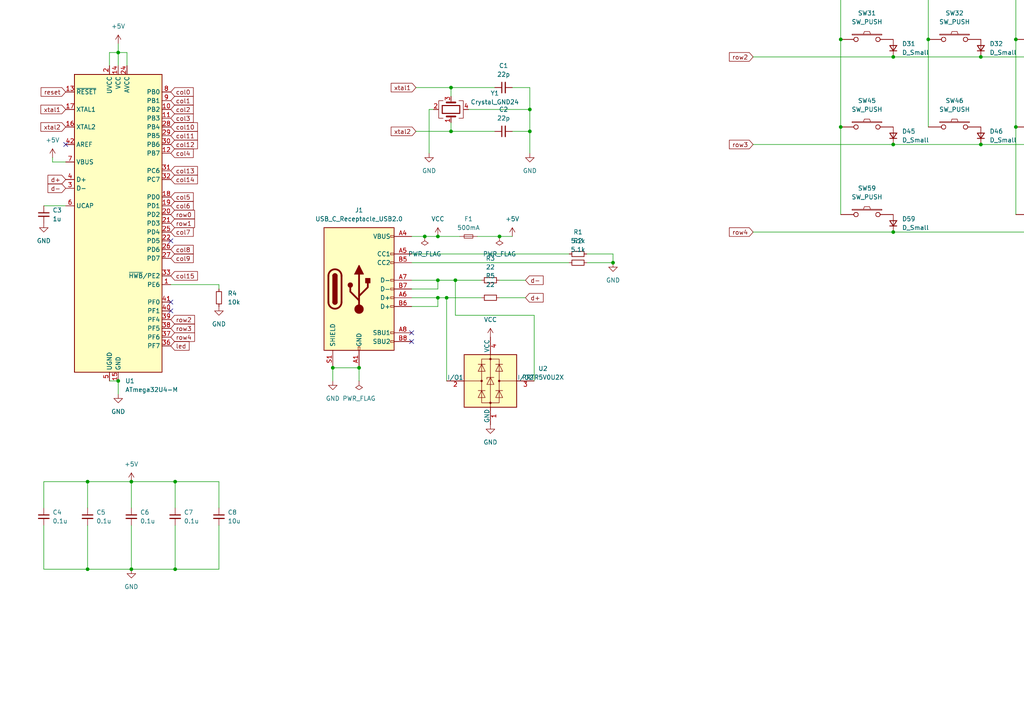
<source format=kicad_sch>
(kicad_sch (version 20211123) (generator eeschema)
  (paper "A4")
  (junction (at 548.64 36.83))
  (junction (at 497.84 -13.97))
  (junction (at 599.44 -13.97))
  (junction (at 288.29 220.98))
  (junction (at 257.81 236.22))
  (junction (at 177.8 76.2))
  (junction (at 259.08 16.51))
  (junction (at 502.92 198.12))
  (junction (at 548.64 11.43))
  (junction (at 513.08 -8.89))
  (junction (at 589.28 67.31))
  (junction (at 538.48 -8.89))
  (junction (at 269.24 -13.97))
  (junction (at 370.84 36.83))
  (junction (at 589.28 -8.89))
  (junction (at 360.68 -8.89))
  (junction (at 284.48 41.91))
  (junction (at 38.1 139.7))
  (junction (at 303.53 236.22))
  (junction (at 242.57 220.98))
  (junction (at 487.68 -8.89))
  (junction (at 624.84 -39.37))
  (junction (at 345.44 11.43))
  (junction (at 523.24 -13.97))
  (junction (at 181.61 236.22))
  (junction (at 574.04 -13.97))
  (junction (at 487.68 41.91))
  (junction (at 370.84 -39.37))
  (junction (at 227.33 236.22))
  (junction (at 38.1 165.1))
  (junction (at 144.8761 68.58))
  (junction (at 130.81 38.1))
  (junction (at 360.68 67.31))
  (junction (at 436.88 -8.89))
  (junction (at 34.29 15.24))
  (junction (at 127 86.36))
  (junction (at 309.88 -8.89))
  (junction (at 548.64 -39.37))
  (junction (at 538.48 41.91))
  (junction (at 538.48 16.51))
  (junction (at 614.68 67.31))
  (junction (at 284.48 -8.89))
  (junction (at 273.05 220.98))
  (junction (at 34.29 110.49))
  (junction (at 243.84 -39.37))
  (junction (at 386.08 -8.89))
  (junction (at 599.44 -39.37))
  (junction (at 50.8 139.7))
  (junction (at 309.88 41.91))
  (junction (at 421.64 -39.37))
  (junction (at 563.88 41.91))
  (junction (at 303.53 220.98))
  (junction (at 269.24 11.43))
  (junction (at 120.65 236.22))
  (junction (at 127 81.28))
  (junction (at 104.14 106.68))
  (junction (at 462.28 -8.89))
  (junction (at 288.29 236.22))
  (junction (at 589.28 41.91))
  (junction (at 472.44 -39.37))
  (junction (at 25.4 165.1))
  (junction (at 196.85 220.98))
  (junction (at 127 68.58))
  (junction (at 284.48 16.51))
  (junction (at 487.68 -34.29))
  (junction (at 132.08 81.28))
  (junction (at 153.67 38.1))
  (junction (at 242.57 236.22))
  (junction (at 436.88 -34.29))
  (junction (at 212.09 236.22))
  (junction (at 151.13 236.22))
  (junction (at 335.28 16.51))
  (junction (at 472.44 11.43))
  (junction (at 269.24 -39.37))
  (junction (at 386.08 16.51))
  (junction (at 335.28 -34.29))
  (junction (at 345.44 -13.97))
  (junction (at 614.68 -34.29))
  (junction (at 259.08 -8.89))
  (junction (at 320.04 -39.37))
  (junction (at 497.84 11.43))
  (junction (at 487.68 16.51))
  (junction (at 181.61 220.98))
  (junction (at 624.84 11.43))
  (junction (at 563.88 -8.89))
  (junction (at 96.52 106.68))
  (junction (at 212.09 220.98))
  (junction (at 345.44 36.83))
  (junction (at 309.88 67.31))
  (junction (at 447.04 -13.97))
  (junction (at 614.68 16.51))
  (junction (at 320.04 -13.97))
  (junction (at 135.89 236.22))
  (junction (at 284.48 -34.29))
  (junction (at 436.88 67.31))
  (junction (at 447.04 11.43))
  (junction (at 599.44 11.43))
  (junction (at 370.84 11.43))
  (junction (at 360.68 16.51))
  (junction (at 624.84 -13.97))
  (junction (at 436.88 16.51))
  (junction (at 130.81 25.4))
  (junction (at 257.81 220.98))
  (junction (at 421.64 -13.97))
  (junction (at 153.67 31.75))
  (junction (at 243.84 -13.97))
  (junction (at 523.24 11.43))
  (junction (at 335.28 -8.89))
  (junction (at 259.08 -34.29))
  (junction (at 294.64 -13.97))
  (junction (at 421.64 11.43))
  (junction (at 563.88 -34.29))
  (junction (at 320.04 11.43))
  (junction (at 513.08 -34.29))
  (junction (at 574.04 36.83))
  (junction (at 123.19 68.58))
  (junction (at 243.84 36.83))
  (junction (at 166.37 220.98))
  (junction (at 259.08 67.31))
  (junction (at 360.68 41.91))
  (junction (at 563.88 67.31))
  (junction (at 166.37 236.22))
  (junction (at 411.48 -34.29))
  (junction (at 513.08 41.91))
  (junction (at 462.28 41.91))
  (junction (at 386.08 41.91))
  (junction (at 421.64 36.83))
  (junction (at 129.54 86.36))
  (junction (at 472.44 36.83))
  (junction (at 447.04 -39.37))
  (junction (at 196.85 236.22))
  (junction (at 294.64 11.43))
  (junction (at 259.08 41.91))
  (junction (at 386.08 67.31))
  (junction (at 462.28 16.51))
  (junction (at 50.8 165.1))
  (junction (at 360.68 -34.29))
  (junction (at 497.84 -39.37))
  (junction (at 227.33 220.98))
  (junction (at 309.88 -34.29))
  (junction (at 25.4 139.7))
  (junction (at 386.08 -34.29))
  (junction (at 523.24 -39.37))
  (junction (at 294.64 36.83))
  (junction (at 135.89 220.98))
  (junction (at 513.08 16.51))
  (junction (at 294.64 -39.37))
  (junction (at 487.68 67.31))
  (junction (at 462.28 -34.29))
  (junction (at 309.88 16.51))
  (junction (at 345.44 -39.37))
  (junction (at 273.05 236.22))
  (junction (at 243.84 11.43))
  (junction (at 538.48 -34.29))
  (junction (at 548.64 -13.97))
  (junction (at 436.88 41.91))
  (junction (at 335.28 41.91))
  (junction (at 151.13 220.98))
  (junction (at 472.44 -13.97))
  (junction (at 599.44 36.83))
  (junction (at 120.65 220.98))
  (junction (at 614.68 -8.89))
  (junction (at 563.88 16.51))
  (junction (at 370.84 -13.97))
  (no_connect (at 19.05 41.91))
  (no_connect (at 49.53 87.63))
  (no_connect (at 49.53 90.17))
  (no_connect (at 119.38 96.52))
  (no_connect (at 119.38 99.06))
  (no_connect (at 326.39 228.6))
  (no_connect (at 49.53 69.85))
  (wire (pts (xy 294.64 -39.37) (xy 294.64 -13.97)))
  (wire (pts (xy 130.81 38.1) (xy 143.51 38.1)))
  (wire (pts (xy 144.78 81.28) (xy 152.4 81.28)))
  (wire (pts (xy 523.24 -13.97) (xy 523.24 11.43)))
  (wire (pts (xy 151.13 236.22) (xy 166.37 236.22)))
  (wire (pts (xy 563.88 -8.89) (xy 589.28 -8.89)))
  (wire (pts (xy 462.28 16.51) (xy 487.68 16.51)))
  (wire (pts (xy 259.08 -34.29) (xy 218.44 -34.29)))
  (wire (pts (xy 421.64 36.83) (xy 421.64 62.23)))
  (wire (pts (xy 472.44 11.43) (xy 472.44 36.83)))
  (wire (pts (xy 436.88 -8.89) (xy 462.28 -8.89)))
  (wire (pts (xy 360.68 41.91) (xy 386.08 41.91)))
  (wire (pts (xy 294.64 -52.07) (xy 294.64 -39.37)))
  (wire (pts (xy 119.38 73.66) (xy 165.1 73.66)))
  (wire (pts (xy 120.65 220.98) (xy 135.89 220.98)))
  (wire (pts (xy 284.48 16.51) (xy 259.08 16.51)))
  (wire (pts (xy 154.94 91.44) (xy 154.94 110.49)))
  (wire (pts (xy 132.08 91.44) (xy 154.94 91.44)))
  (wire (pts (xy 63.5 82.55) (xy 63.5 83.82)))
  (wire (pts (xy 269.24 -52.07) (xy 269.24 -39.37)))
  (wire (pts (xy 548.64 -39.37) (xy 548.64 -13.97)))
  (wire (pts (xy 96.52 106.68) (xy 96.52 110.49)))
  (wire (pts (xy 574.04 36.83) (xy 574.04 62.23)))
  (wire (pts (xy 127 86.36) (xy 129.54 86.36)))
  (wire (pts (xy 487.68 41.91) (xy 513.08 41.91)))
  (wire (pts (xy 130.81 25.4) (xy 130.81 27.94)))
  (wire (pts (xy 269.24 -39.37) (xy 269.24 -13.97)))
  (wire (pts (xy 614.68 -8.89) (xy 640.08 -8.89)))
  (wire (pts (xy 548.64 11.43) (xy 548.64 36.83)))
  (wire (pts (xy 309.88 67.31) (xy 360.68 67.31)))
  (wire (pts (xy 421.64 -52.07) (xy 421.64 -39.37)))
  (wire (pts (xy 386.08 -34.29) (xy 411.48 -34.29)))
  (wire (pts (xy 563.88 41.91) (xy 589.28 41.91)))
  (wire (pts (xy 104.14 106.68) (xy 104.14 110.49)))
  (wire (pts (xy 345.44 -52.07) (xy 345.44 -39.37)))
  (wire (pts (xy 129.54 86.36) (xy 139.7 86.36)))
  (wire (pts (xy 31.75 15.24) (xy 34.29 15.24)))
  (wire (pts (xy 153.67 25.4) (xy 153.67 31.75)))
  (wire (pts (xy 243.84 -39.37) (xy 243.84 -13.97)))
  (wire (pts (xy 34.29 15.24) (xy 34.29 19.05)))
  (wire (pts (xy 12.7 59.69) (xy 19.05 59.69)))
  (wire (pts (xy 25.4 152.4) (xy 25.4 165.1)))
  (wire (pts (xy 170.18 76.2) (xy 177.8 76.2)))
  (wire (pts (xy 227.33 236.22) (xy 242.57 236.22)))
  (wire (pts (xy 497.84 -52.07) (xy 497.84 -39.37)))
  (wire (pts (xy 38.1 139.7) (xy 38.1 147.32)))
  (wire (pts (xy 370.84 -13.97) (xy 370.84 11.43)))
  (wire (pts (xy 309.88 41.91) (xy 284.48 41.91)))
  (wire (pts (xy 288.29 220.98) (xy 303.53 220.98)))
  (wire (pts (xy 259.08 67.31) (xy 309.88 67.31)))
  (wire (pts (xy 127 88.9) (xy 119.38 88.9)))
  (wire (pts (xy 242.57 220.98) (xy 257.81 220.98)))
  (wire (pts (xy 599.44 11.43) (xy 599.44 36.83)))
  (wire (pts (xy 335.28 41.91) (xy 309.88 41.91)))
  (wire (pts (xy 370.84 -39.37) (xy 370.84 -13.97)))
  (wire (pts (xy 345.44 36.83) (xy 345.44 62.23)))
  (wire (pts (xy 513.08 41.91) (xy 538.48 41.91)))
  (wire (pts (xy 130.81 35.56) (xy 130.81 38.1)))
  (wire (pts (xy 447.04 -39.37) (xy 447.04 -13.97)))
  (wire (pts (xy 360.68 -8.89) (xy 386.08 -8.89)))
  (wire (pts (xy 574.04 -52.07) (xy 574.04 -13.97)))
  (wire (pts (xy 120.65 38.1) (xy 130.81 38.1)))
  (wire (pts (xy 309.88 16.51) (xy 335.28 16.51)))
  (wire (pts (xy 96.52 106.68) (xy 104.14 106.68)))
  (wire (pts (xy 259.08 -8.89) (xy 218.44 -8.89)))
  (wire (pts (xy 563.88 -34.29) (xy 614.68 -34.29)))
  (wire (pts (xy 50.8 152.4) (xy 50.8 165.1)))
  (wire (pts (xy 599.44 -39.37) (xy 599.44 -13.97)))
  (wire (pts (xy 370.84 11.43) (xy 370.84 36.83)))
  (wire (pts (xy 284.48 -34.29) (xy 259.08 -34.29)))
  (wire (pts (xy 320.04 -13.97) (xy 320.04 11.43)))
  (wire (pts (xy 624.84 -52.07) (xy 624.84 -39.37)))
  (wire (pts (xy 320.04 11.43) (xy 320.04 36.83)))
  (wire (pts (xy 614.68 67.31) (xy 640.08 67.31)))
  (wire (pts (xy 243.84 36.83) (xy 243.84 62.23)))
  (wire (pts (xy 574.04 -13.97) (xy 574.04 36.83)))
  (wire (pts (xy 120.65 25.4) (xy 130.81 25.4)))
  (wire (pts (xy 320.04 -52.07) (xy 320.04 -39.37)))
  (wire (pts (xy 25.4 139.7) (xy 38.1 139.7)))
  (wire (pts (xy 589.28 67.31) (xy 614.68 67.31)))
  (wire (pts (xy 599.44 -13.97) (xy 599.44 11.43)))
  (wire (pts (xy 345.44 -13.97) (xy 345.44 11.43)))
  (wire (pts (xy 462.28 -34.29) (xy 487.68 -34.29)))
  (wire (pts (xy 436.88 67.31) (xy 487.68 67.31)))
  (wire (pts (xy 386.08 16.51) (xy 436.88 16.51)))
  (wire (pts (xy 63.5 165.1) (xy 63.5 152.4)))
  (wire (pts (xy 243.84 -13.97) (xy 243.84 11.43)))
  (wire (pts (xy 487.68 -34.29) (xy 513.08 -34.29)))
  (wire (pts (xy 34.29 12.7) (xy 34.29 15.24)))
  (wire (pts (xy 502.92 198.12) (xy 502.92 210.82)))
  (wire (pts (xy 497.84 11.43) (xy 497.84 36.83)))
  (wire (pts (xy 472.44 36.83) (xy 472.44 62.23)))
  (wire (pts (xy 36.83 19.05) (xy 36.83 15.24)))
  (wire (pts (xy 523.24 -39.37) (xy 523.24 -13.97)))
  (wire (pts (xy 196.85 220.98) (xy 212.09 220.98)))
  (wire (pts (xy 497.84 -39.37) (xy 497.84 -13.97)))
  (wire (pts (xy 335.28 41.91) (xy 360.68 41.91)))
  (wire (pts (xy 309.88 16.51) (xy 284.48 16.51)))
  (wire (pts (xy 151.13 220.98) (xy 166.37 220.98)))
  (wire (pts (xy 303.53 220.98) (xy 318.77 220.98)))
  (wire (pts (xy 38.1 139.7) (xy 50.8 139.7)))
  (wire (pts (xy 181.61 220.98) (xy 196.85 220.98)))
  (wire (pts (xy 345.44 -39.37) (xy 345.44 -13.97)))
  (wire (pts (xy 38.1 165.1) (xy 50.8 165.1)))
  (wire (pts (xy 538.48 41.91) (xy 563.88 41.91)))
  (wire (pts (xy 370.84 36.83) (xy 370.84 62.23)))
  (wire (pts (xy 487.68 67.31) (xy 563.88 67.31)))
  (wire (pts (xy 127 86.36) (xy 127 88.9)))
  (wire (pts (xy 212.09 236.22) (xy 227.33 236.22)))
  (wire (pts (xy 548.64 36.83) (xy 548.64 62.23)))
  (wire (pts (xy 269.24 11.43) (xy 269.24 36.83)))
  (wire (pts (xy 436.88 41.91) (xy 462.28 41.91)))
  (wire (pts (xy 497.84 -13.97) (xy 497.84 11.43)))
  (wire (pts (xy 345.44 11.43) (xy 345.44 36.83)))
  (wire (pts (xy 243.84 11.43) (xy 243.84 36.83)))
  (wire (pts (xy 123.19 68.58) (xy 127 68.58)))
  (wire (pts (xy 227.33 220.98) (xy 242.57 220.98)))
  (wire (pts (xy 624.84 -39.37) (xy 624.84 -13.97)))
  (wire (pts (xy 421.64 -13.97) (xy 421.64 11.43)))
  (wire (pts (xy 153.67 38.1) (xy 153.67 44.45)))
  (wire (pts (xy 614.68 16.51) (xy 640.08 16.51)))
  (wire (pts (xy 49.53 82.55) (xy 63.5 82.55)))
  (wire (pts (xy 624.84 -13.97) (xy 624.84 11.43)))
  (wire (pts (xy 135.89 236.22) (xy 151.13 236.22)))
  (wire (pts (xy 170.18 73.66) (xy 177.8 73.66)))
  (wire (pts (xy 303.53 236.22) (xy 318.77 236.22)))
  (wire (pts (xy 472.44 -52.07) (xy 472.44 -39.37)))
  (wire (pts (xy 513.08 -34.29) (xy 538.48 -34.29)))
  (wire (pts (xy 50.8 165.1) (xy 63.5 165.1)))
  (wire (pts (xy 624.84 11.43) (xy 624.84 62.23)))
  (wire (pts (xy 548.64 -52.07) (xy 548.64 -39.37)))
  (wire (pts (xy 15.24 46.99) (xy 19.05 46.99)))
  (wire (pts (xy 177.8 73.66) (xy 177.8 76.2)))
  (wire (pts (xy 91.44 220.98) (xy 120.65 220.98)))
  (wire (pts (xy 138.43 68.58) (xy 144.8761 68.58)))
  (wire (pts (xy 599.44 36.83) (xy 599.44 62.23)))
  (wire (pts (xy 447.04 -52.07) (xy 447.04 -39.37)))
  (wire (pts (xy 436.88 -34.29) (xy 411.48 -34.29)))
  (wire (pts (xy 257.81 236.22) (xy 273.05 236.22)))
  (wire (pts (xy 523.24 -52.07) (xy 523.24 -39.37)))
  (wire (pts (xy 12.7 147.32) (xy 12.7 139.7)))
  (wire (pts (xy 360.68 67.31) (xy 386.08 67.31)))
  (wire (pts (xy 119.38 68.58) (xy 123.19 68.58)))
  (wire (pts (xy 421.64 -39.37) (xy 421.64 -13.97)))
  (wire (pts (xy 487.68 -8.89) (xy 513.08 -8.89)))
  (wire (pts (xy 166.37 220.98) (xy 181.61 220.98)))
  (wire (pts (xy 513.08 -8.89) (xy 538.48 -8.89)))
  (wire (pts (xy 320.04 -39.37) (xy 320.04 -13.97)))
  (wire (pts (xy 127 68.58) (xy 133.35 68.58)))
  (wire (pts (xy 335.28 -34.29) (xy 360.68 -34.29)))
  (wire (pts (xy 119.38 81.28) (xy 127 81.28)))
  (wire (pts (xy 589.28 -8.89) (xy 614.68 -8.89)))
  (wire (pts (xy 63.5 139.7) (xy 63.5 147.32)))
  (wire (pts (xy 242.57 236.22) (xy 257.81 236.22)))
  (wire (pts (xy 284.48 -8.89) (xy 259.08 -8.89)))
  (wire (pts (xy 181.61 236.22) (xy 196.85 236.22)))
  (wire (pts (xy 15.24 45.72) (xy 15.24 46.99)))
  (wire (pts (xy 335.28 -8.89) (xy 309.88 -8.89)))
  (wire (pts (xy 153.67 38.1) (xy 148.59 38.1)))
  (wire (pts (xy 144.78 86.36) (xy 152.4 86.36)))
  (wire (pts (xy 25.4 165.1) (xy 38.1 165.1)))
  (wire (pts (xy 144.8761 68.58) (xy 148.59 68.58)))
  (wire (pts (xy 273.05 220.98) (xy 288.29 220.98)))
  (wire (pts (xy 259.08 67.31) (xy 218.44 67.31)))
  (wire (pts (xy 294.64 36.83) (xy 294.64 62.23)))
  (wire (pts (xy 589.28 41.91) (xy 614.68 41.91)))
  (wire (pts (xy 523.24 11.43) (xy 523.24 36.83)))
  (wire (pts (xy 38.1 152.4) (xy 38.1 165.1)))
  (wire (pts (xy 50.8 139.7) (xy 63.5 139.7)))
  (wire (pts (xy 421.64 11.43) (xy 421.64 36.83)))
  (wire (pts (xy 436.88 16.51) (xy 462.28 16.51)))
  (wire (pts (xy 243.84 -52.07) (xy 243.84 -39.37)))
  (wire (pts (xy 502.92 198.12) (xy 505.46 198.12)))
  (wire (pts (xy 135.89 220.98) (xy 151.13 220.98)))
  (wire (pts (xy 386.08 67.31) (xy 436.88 67.31)))
  (wire (pts (xy 436.88 -34.29) (xy 462.28 -34.29)))
  (wire (pts (xy 12.7 165.1) (xy 25.4 165.1)))
  (wire (pts (xy 288.29 236.22) (xy 303.53 236.22)))
  (wire (pts (xy 25.4 139.7) (xy 25.4 147.32)))
  (wire (pts (xy 294.64 11.43) (xy 294.64 36.83)))
  (wire (pts (xy 538.48 -34.29) (xy 563.88 -34.29)))
  (wire (pts (xy 447.04 11.43) (xy 447.04 36.83)))
  (wire (pts (xy 120.65 236.22) (xy 135.89 236.22)))
  (wire (pts (xy 88.9 228.6) (xy 113.03 228.6)))
  (wire (pts (xy 124.46 31.75) (xy 124.46 44.45)))
  (wire (pts (xy 309.88 -8.89) (xy 284.48 -8.89)))
  (wire (pts (xy 599.44 -52.07) (xy 599.44 -39.37)))
  (wire (pts (xy 335.28 -34.29) (xy 309.88 -34.29)))
  (wire (pts (xy 563.88 67.31) (xy 589.28 67.31)))
  (wire (pts (xy 153.67 31.75) (xy 153.67 38.1)))
  (wire (pts (xy 487.68 16.51) (xy 513.08 16.51)))
  (wire (pts (xy 510.54 198.12) (xy 513.08 198.12)))
  (wire (pts (xy 259.08 41.91) (xy 218.44 41.91)))
  (wire (pts (xy 50.8 139.7) (xy 50.8 147.32)))
  (wire (pts (xy 538.48 16.51) (xy 563.88 16.51)))
  (wire (pts (xy 538.48 -8.89) (xy 563.88 -8.89)))
  (wire (pts (xy 360.68 16.51) (xy 386.08 16.51)))
  (wire (pts (xy 500.38 198.12) (xy 502.92 198.12)))
  (wire (pts (xy 309.88 -34.29) (xy 284.48 -34.29)))
  (wire (pts (xy 335.28 -8.89) (xy 360.68 -8.89)))
  (wire (pts (xy 396.24 -52.07) (xy 396.24 -39.37)))
  (wire (pts (xy 31.75 19.05) (xy 31.75 15.24)))
  (wire (pts (xy 132.08 81.28) (xy 139.7 81.28)))
  (wire (pts (xy 132.08 81.28) (xy 132.08 91.44)))
  (wire (pts (xy 91.44 236.22) (xy 120.65 236.22)))
  (wire (pts (xy 548.64 -13.97) (xy 548.64 11.43)))
  (wire (pts (xy 135.89 31.75) (xy 153.67 31.75)))
  (wire (pts (xy 284.48 41.91) (xy 259.08 41.91)))
  (wire (pts (xy 614.68 -34.29) (xy 640.08 -34.29)))
  (wire (pts (xy 129.54 86.36) (xy 129.54 110.49)))
  (wire (pts (xy 386.08 -8.89) (xy 436.88 -8.89)))
  (wire (pts (xy 513.08 16.51) (xy 538.48 16.51)))
  (wire (pts (xy 148.59 25.4) (xy 153.67 25.4)))
  (wire (pts (xy 335.28 16.51) (xy 360.68 16.51)))
  (wire (pts (xy 119.38 76.2) (xy 165.1 76.2)))
  (wire (pts (xy 34.29 110.49) (xy 34.29 114.3)))
  (wire (pts (xy 12.7 152.4) (xy 12.7 165.1)))
  (wire (pts (xy 259.08 16.51) (xy 218.44 16.51)))
  (wire (pts (xy 269.24 -13.97) (xy 269.24 11.43)))
  (wire (pts (xy 127 83.82) (xy 119.38 83.82)))
  (wire (pts (xy 31.75 110.49) (xy 34.29 110.49)))
  (wire (pts (xy 462.28 41.91) (xy 487.68 41.91)))
  (wire (pts (xy 119.38 86.36) (xy 127 86.36)))
  (wire (pts (xy 196.85 236.22) (xy 212.09 236.22)))
  (wire (pts (xy 125.73 31.75) (xy 124.46 31.75)))
  (wire (pts (xy 472.44 -39.37) (xy 472.44 -13.97)))
  (wire (pts (xy 212.09 220.98) (xy 227.33 220.98)))
  (wire (pts (xy 130.81 25.4) (xy 143.51 25.4)))
  (wire (pts (xy 518.16 210.82) (xy 525.78 210.82)))
  (wire (pts (xy 166.37 236.22) (xy 181.61 236.22)))
  (wire (pts (xy 257.81 220.98) (xy 273.05 220.98)))
  (wire (pts (xy 563.88 16.51) (xy 614.68 16.51)))
  (wire (pts (xy 273.05 236.22) (xy 288.29 236.22)))
  (wire (pts (xy 462.28 -8.89) (xy 487.68 -8.89)))
  (wire (pts (xy 472.44 -13.97) (xy 472.44 11.43)))
  (wire (pts (xy 127 81.28) (xy 127 83.82)))
  (wire (pts (xy 127 81.28) (xy 132.08 81.28)))
  (wire (pts (xy 386.08 41.91) (xy 436.88 41.91)))
  (wire (pts (xy 12.7 139.7) (xy 25.4 139.7)))
  (wire (pts (xy 370.84 -52.07) (xy 370.84 -39.37)))
  (wire (pts (xy 294.64 -13.97) (xy 294.64 11.43)))
  (wire (pts (xy 360.68 -34.29) (xy 386.08 -34.29)))
  (wire (pts (xy 447.04 -13.97) (xy 447.04 11.43)))
  (wire (pts (xy 36.83 15.24) (xy 34.29 15.24)))
  (global_label "col8" (shape input) (at 447.04 -52.07 90) (property "Intersheet References" "${INTERSHEET_REFS}" (effects hide)))
  (global_label "d+" (shape input) (at 19.05 52.07 180) (property "Intersheet References" "${INTERSHEET_REFS}" (effects hide)))
  (global_label "col4" (shape input) (at 345.44 -52.07 90) (property "Intersheet References" "${INTERSHEET_REFS}" (effects hide)))
  (global_label "col13" (shape input) (at 574.04 -52.07 90) (property "Intersheet References" "${INTERSHEET_REFS}" (effects hide)))
  (global_label "row1" (shape input) (at 218.44 -8.89 180) (property "Intersheet References" "${INTERSHEET_REFS}" (effects hide)))
  (global_label "col10" (shape input) (at 49.53 36.83 0) (property "Intersheet References" "${INTERSHEET_REFS}" (effects hide)))
  (global_label "col1" (shape input) (at 49.53 29.21 0) (property "Intersheet References" "${INTERSHEET_REFS}" (effects hide)))
  (global_label "row1" (shape input) (at 49.53 64.77 0) (property "Intersheet References" "${INTERSHEET_REFS}" (effects hide)))
  (global_label "col9" (shape input) (at 472.44 -52.07 90) (property "Intersheet References" "${INTERSHEET_REFS}" (effects hide)))
  (global_label "col11" (shape input) (at 523.24 -52.07 90) (property "Intersheet References" "${INTERSHEET_REFS}" (effects hide)))
  (global_label "led" (shape input) (at 88.9 228.6 180) (property "Intersheet References" "${INTERSHEET_REFS}" (effects hide)))
  (global_label "col0" (shape input) (at 243.84 -52.07 90) (property "Intersheet References" "${INTERSHEET_REFS}" (effects hide)))
  (global_label "row2" (shape input) (at 218.44 16.51 180) (property "Intersheet References" "${INTERSHEET_REFS}" (effects hide)))
  (global_label "col14" (shape input) (at 599.44 -52.07 90) (property "Intersheet References" "${INTERSHEET_REFS}" (effects hide)))
  (global_label "col12" (shape input) (at 548.64 -52.07 90) (property "Intersheet References" "${INTERSHEET_REFS}" (effects hide)))
  (global_label "d-" (shape input) (at 152.4 81.28 0) (property "Intersheet References" "${INTERSHEET_REFS}" (effects hide)))
  (global_label "d-" (shape input) (at 19.05 54.61 180) (property "Intersheet References" "${INTERSHEET_REFS}" (effects hide)))
  (global_label "col13" (shape input) (at 49.53 49.53 0) (property "Intersheet References" "${INTERSHEET_REFS}" (effects hide)))
  (global_label "reset" (shape input) (at 500.38 198.12 180) (property "Intersheet References" "${INTERSHEET_REFS}" (effects hide)))
  (global_label "col14" (shape input) (at 49.53 52.07 0) (property "Intersheet References" "${INTERSHEET_REFS}" (effects hide)))
  (global_label "col3" (shape input) (at 320.04 -52.07 90) (property "Intersheet References" "${INTERSHEET_REFS}" (effects hide)))
  (global_label "col11" (shape input) (at 49.53 39.37 0) (property "Intersheet References" "${INTERSHEET_REFS}" (effects hide)))
  (global_label "col6" (shape input) (at 396.24 -52.07 90) (property "Intersheet References" "${INTERSHEET_REFS}" (effects hide)))
  (global_label "col8" (shape input) (at 49.53 72.39 0) (property "Intersheet References" "${INTERSHEET_REFS}" (effects hide)))
  (global_label "col5" (shape input) (at 370.84 -52.07 90) (property "Intersheet References" "${INTERSHEET_REFS}" (effects hide)))
  (global_label "xtal2" (shape input) (at 120.65 38.1 180) (property "Intersheet References" "${INTERSHEET_REFS}" (effects hide)))
  (global_label "row4" (shape input) (at 49.53 97.79 0) (property "Intersheet References" "${INTERSHEET_REFS}" (effects hide)))
  (global_label "col7" (shape input) (at 421.64 -52.07 90) (property "Intersheet References" "${INTERSHEET_REFS}" (effects hide)))
  (global_label "col10" (shape input) (at 497.84 -52.07 90) (property "Intersheet References" "${INTERSHEET_REFS}" (effects hide)))
  (global_label "col2" (shape input) (at 49.53 31.75 0) (property "Intersheet References" "${INTERSHEET_REFS}" (effects hide)))
  (global_label "col15" (shape input) (at 624.84 -52.07 90) (property "Intersheet References" "${INTERSHEET_REFS}" (effects hide)))
  (global_label "col4" (shape input) (at 49.53 44.45 0) (property "Intersheet References" "${INTERSHEET_REFS}" (effects hide)))
  (global_label "col3" (shape input) (at 49.53 34.29 0) (property "Intersheet References" "${INTERSHEET_REFS}" (effects hide)))
  (global_label "row2" (shape input) (at 49.53 92.71 0) (property "Intersheet References" "${INTERSHEET_REFS}" (effects hide)))
  (global_label "row4" (shape input) (at 218.44 67.31 180) (property "Intersheet References" "${INTERSHEET_REFS}" (effects hide)))
  (global_label "row0" (shape input) (at 218.44 -34.29 180) (property "Intersheet References" "${INTERSHEET_REFS}" (effects hide)))
  (global_label "col15" (shape input) (at 49.53 80.01 0) (property "Intersheet References" "${INTERSHEET_REFS}" (effects hide)))
  (global_label "row3" (shape input) (at 218.44 41.91 180) (property "Intersheet References" "${INTERSHEET_REFS}" (effects hide)))
  (global_label "reset" (shape input) (at 19.05 26.67 180) (property "Intersheet References" "${INTERSHEET_REFS}" (effects hide)))
  (global_label "col1" (shape input) (at 269.24 -52.07 90) (property "Intersheet References" "${INTERSHEET_REFS}" (effects hide)))
  (global_label "row3" (shape input) (at 49.53 95.25 0) (property "Intersheet References" "${INTERSHEET_REFS}" (effects hide)))
  (global_label "led" (shape input) (at 49.53 100.33 0) (property "Intersheet References" "${INTERSHEET_REFS}" (effects hide)))
  (global_label "d+" (shape input) (at 152.4 86.36 0) (property "Intersheet References" "${INTERSHEET_REFS}" (effects hide)))
  (global_label "xtal1" (shape input) (at 19.05 31.75 180) (property "Intersheet References" "${INTERSHEET_REFS}" (effects hide)))
  (global_label "col12" (shape input) (at 49.53 41.91 0) (property "Intersheet References" "${INTERSHEET_REFS}" (effects hide)))
  (global_label "xtal1" (shape input) (at 120.65 25.4 180) (property "Intersheet References" "${INTERSHEET_REFS}" (effects hide)))
  (global_label "col5" (shape input) (at 49.53 57.15 0) (property "Intersheet References" "${INTERSHEET_REFS}" (effects hide)))
  (global_label "col2" (shape input) (at 294.64 -52.07 90) (property "Intersheet References" "${INTERSHEET_REFS}" (effects hide)))
  (global_label "col6" (shape input) (at 49.53 59.69 0) (property "Intersheet References" "${INTERSHEET_REFS}" (effects hide)))
  (global_label "col9" (shape input) (at 49.53 74.93 0) (property "Intersheet References" "${INTERSHEET_REFS}" (effects hide)))
  (global_label "row0" (shape input) (at 49.53 62.23 0) (property "Intersheet References" "${INTERSHEET_REFS}" (effects hide)))
  (global_label "col0" (shape input) (at 49.53 26.67 0) (property "Intersheet References" "${INTERSHEET_REFS}" (effects hide)))
  (global_label "xtal2" (shape input) (at 19.05 36.83 180) (property "Intersheet References" "${INTERSHEET_REFS}" (effects hide)))
  (global_label "col7" (shape input) (at 49.53 67.31 0) (property "Intersheet References" "${INTERSHEET_REFS}" (effects hide)))
  (symbol (lib_id "Device:D_Small") (at 411.48 -36.83 90) (unit 1)
    (property "Reference" "D7" (at 414.02 -38.1001 90) (effects (justify right)))
    (property "Value" "D_Small" (at 414.02 -35.5601 90) (effects (justify right)))
    (property "Footprint" "Diode_SMD:D_SOD-123" (effects hide))
    (property "LCSC" "C81598" (effects hide))
  )
  (symbol (lib_id "Device:D_Small") (at 487.68 -36.83 90) (unit 1)
    (property "Reference" "D10" (at 490.22 -38.1001 90) (effects (justify right)))
    (property "Value" "D_Small" (at 490.22 -35.5601 90) (effects (justify right)))
    (property "Footprint" "Diode_SMD:D_SOD-123" (effects hide))
    (property "LCSC" "C81598" (effects hide))
  )
  (symbol (lib_id "kbd:SW_PUSH") (at 480.06 62.23 0) (unit 1)
    (property "Reference" "SW64" (at 480.06 54.61 0))
    (property "Value" "SW_PUSH" (at 480.06 57.15 0))
    (property "Footprint" "Custom:MXOnly-1.5U-Hotswap" (effects hide))
    (property "LCSC" " C2803348 " (effects hide))
  )
  (symbol (lib_id "kbd:SW_PUSH") (at 429.26 -39.37 0) (unit 1)
    (property "Reference" "SW8" (at 429.26 -46.99 0))
    (property "Value" "SW_PUSH" (at 429.26 -44.45 0))
    (property "Footprint" "Custom:MXOnly-1U-Hotswap" (effects hide))
    (property "LCSC" " C2803348 " (effects hide))
  )
  (symbol (lib_id "Device:D_Small") (at 640.08 -36.83 90) (unit 1)
    (property "Reference" "D15" (at 642.62 -38.1001 90) (effects (justify right)))
    (property "Value" "D_Small" (at 642.62 -35.5601 90) (effects (justify right)))
    (property "Footprint" "Diode_SMD:D_SOD-123" (effects hide))
    (property "LCSC" "C81598" (effects hide))
  )
  (symbol (lib_id "Device:D_Small") (at 360.68 39.37 90) (unit 1)
    (property "Reference" "D49" (at 363.22 38.0999 90) (effects (justify right)))
    (property "Value" "D_Small" (at 363.22 40.6399 90) (effects (justify right)))
    (property "Footprint" "Diode_SMD:D_SOD-123" (effects hide))
    (property "LCSC" "C81598" (effects hide))
  )
  (symbol (lib_id "Device:D_Small") (at 436.88 -36.83 90) (unit 1)
    (property "Reference" "D8" (at 439.42 -38.1001 90) (effects (justify right)))
    (property "Value" "D_Small" (at 439.42 -35.5601 90) (effects (justify right)))
    (property "Footprint" "Diode_SMD:D_SOD-123" (effects hide))
    (property "LCSC" "C81598" (effects hide))
  )
  (symbol (lib_id "kbd:SW_PUSH") (at 251.46 -39.37 0) (unit 1)
    (property "Reference" "SW1" (at 251.46 -46.99 0))
    (property "Value" "SW_PUSH" (at 251.46 -44.45 0))
    (property "Footprint" "Custom:MXOnly-1U-Hotswap" (effects hide))
    (property "LCSC" " C2803348 " (effects hide))
  )
  (symbol (lib_id "power:PWR_FLAG") (at 144.8761 68.58 180) (unit 1)
    (property "Reference" "#FLG02" (effects hide))
    (property "Value" "PWR_FLAG" (at 144.8761 73.66 0))
  )
  (symbol (lib_id "Device:D_Small") (at 436.88 -11.43 90) (unit 1)
    (property "Reference" "D22" (at 439.42 -12.7001 90) (effects (justify right)))
    (property "Value" "D_Small" (at 439.42 -10.1601 90) (effects (justify right)))
    (property "Footprint" "Diode_SMD:D_SOD-123" (effects hide))
    (property "LCSC" "C81598" (effects hide))
  )
  (symbol (lib_id "kbd:SW_PUSH") (at 251.46 11.43 0) (unit 1)
    (property "Reference" "SW31" (at 251.46 3.81 0))
    (property "Value" "SW_PUSH" (at 251.46 6.35 0))
    (property "Footprint" "Custom:MXOnly-1.75U-Hotswap" (effects hide))
    (property "LCSC" " C2803348 " (effects hide))
  )
  (symbol (lib_id "power:VCC") (at 127 68.58 0) (unit 1)
    (property "Reference" "#PWR06" (effects hide))
    (property "Value" "VCC" (at 127 63.5 0))
  )
  (symbol (lib_id "Device:D_Small") (at 487.68 13.97 90) (unit 1)
    (property "Reference" "D39" (at 490.22 12.6999 90) (effects (justify right)))
    (property "Value" "D_Small" (at 490.22 15.2399 90) (effects (justify right)))
    (property "Footprint" "Diode_SMD:D_SOD-123" (effects hide))
    (property "LCSC" "C81598" (effects hide))
  )
  (symbol (lib_id "kbd:SW_PUSH") (at 251.46 -13.97 0) (unit 1)
    (property "Reference" "SW16" (at 251.46 -21.59 0))
    (property "Value" "SW_PUSH" (at 251.46 -19.05 0))
    (property "Footprint" "Custom:MXOnly-1.5U-Hotswap" (effects hide))
    (property "LCSC" " C2803348 " (effects hide))
  )
  (symbol (lib_id "kbd:SW_PUSH") (at 429.26 36.83 0) (unit 1)
    (property "Reference" "SW51" (at 429.26 29.21 0))
    (property "Value" "SW_PUSH" (at 429.26 31.75 0))
    (property "Footprint" "Custom:MXOnly-1U-Hotswap" (effects hide))
    (property "LCSC" " C2803348 " (effects hide))
  )
  (symbol (lib_id "kbd:SW_PUSH") (at 632.46 62.23 0) (unit 1)
    (property "Reference" "SW68" (at 632.46 54.61 0))
    (property "Value" "SW_PUSH" (at 632.46 57.15 0))
    (property "Footprint" "Custom:MXOnly-1U-Hotswap" (effects hide))
    (property "LCSC" " C2803348 " (effects hide))
  )
  (symbol (lib_id "Device:D_Small") (at 386.08 -36.83 90) (unit 1)
    (property "Reference" "D6" (at 388.62 -38.1001 90) (effects (justify right)))
    (property "Value" "D_Small" (at 388.62 -35.5601 90) (effects (justify right)))
    (property "Footprint" "Diode_SMD:D_SOD-123" (effects hide))
    (property "LCSC" "C81598" (effects hide))
  )
  (symbol (lib_id "kbd:SW_PUSH") (at 454.66 -13.97 0) (unit 1)
    (property "Reference" "SW23" (at 454.66 -21.59 0))
    (property "Value" "SW_PUSH" (at 454.66 -19.05 0))
    (property "Footprint" "Custom:MXOnly-1U-Hotswap" (effects hide))
    (property "LCSC" " C2803348 " (effects hide))
  )
  (symbol (lib_id "kbd:SW_PUSH") (at 353.06 36.83 0) (unit 1)
    (property "Reference" "SW49" (at 353.06 29.21 0))
    (property "Value" "SW_PUSH" (at 353.06 31.75 0))
    (property "Footprint" "Custom:MXOnly-1U-Hotswap" (effects hide))
    (property "LCSC" " C2803348 " (effects hide))
  )
  (symbol (lib_id "power:GND") (at 63.5 88.9 0) (unit 1)
    (property "Reference" "#PWR09" (effects hide))
    (property "Value" "GND" (at 63.5 93.98 0))
  )
  (symbol (lib_id "LED:WS2812B") (at 212.09 228.6 0) (unit 1)
    (property "Reference" "LED7" (at 223.52 224.2693 0))
    (property "Value" "WS2812B" (at 223.52 226.8093 0))
    (property "Footprint" "LED_SMD:LED_WS2812B_PLCC4_5.0x5.0mm_P3.2mm" (effects hide))
    (property "Datasheet" "https://cdn-shop.adafruit.com/datasheets/WS2812B.pdf" (effects hide))
  )
  (symbol (lib_id "kbd:SW_PUSH") (at 581.66 62.23 0) (unit 1)
    (property "Reference" "SW66" (at 581.66 54.61 0))
    (property "Value" "SW_PUSH" (at 581.66 57.15 0))
    (property "Footprint" "Custom:MXOnly-1U-Hotswap" (effects hide))
    (property "LCSC" " C2803348 " (effects hide))
  )
  (symbol (lib_id "Device:C_Small") (at 146.05 25.4 90) (unit 1)
    (property "Reference" "C1" (at 146.0563 19.05 90))
    (property "Value" "22p" (at 146.0563 21.59 90))
    (property "Footprint" "Capacitor_SMD:C_0805_2012Metric" (effects hide))
    (property "LCSC" "C1804" (effects hide))
  )
  (symbol (lib_id "Connector:USB_C_Receptacle_USB2.0") (at 104.14 83.82 0) (unit 1)
    (property "Reference" "J1" (at 104.14 60.96 0))
    (property "Value" "USB_C_Receptacle_USB2.0" (at 104.14 63.5 0))
    (property "Footprint" "Connector_USB:USB_C_Receptacle_Palconn_UTC16-G" (effects hide))
    (property "Datasheet" "https://www.usb.org/sites/default/files/documents/usb_type-c.zip" (effects hide))
    (property "LCSC" "C167321" (effects hide))
  )
  (symbol (lib_id "MCU_Microchip_ATmega:ATmega32U4-M") (at 34.29 64.77 0) (unit 1)
    (property "Reference" "U1" (at 36.3094 110.49 0) (effects (justify left)))
    (property "Value" "ATmega32U4-M" (at 36.3094 113.03 0) (effects (justify left)))
    (property "Footprint" "Package_DFN_QFN:QFN-44-1EP_7x7mm_P0.5mm_EP5.2x5.2mm" (effects hide))
    (property "Datasheet" "http://ww1.microchip.com/downloads/en/DeviceDoc/Atmel-7766-8-bit-AVR-ATmega16U4-32U4_Datasheet.pdf" (effects hide))
    (property "LCSC" " C112161 " (effects hide))
  )
  (symbol (lib_id "Device:D_Small") (at 462.28 39.37 90) (unit 1)
    (property "Reference" "D52" (at 464.82 38.0999 90) (effects (justify right)))
    (property "Value" "D_Small" (at 464.82 40.6399 90) (effects (justify right)))
    (property "Footprint" "Diode_SMD:D_SOD-123" (effects hide))
    (property "LCSC" "C81598" (effects hide))
  )
  (symbol (lib_id "kbd:SW_PUSH") (at 607.06 -13.97 0) (unit 1)
    (property "Reference" "SW29" (at 607.06 -21.59 0))
    (property "Value" "SW_PUSH" (at 607.06 -19.05 0))
    (property "Footprint" "Custom:MXOnly-1.5U-Hotswap" (effects hide))
    (property "LCSC" " C2803348 " (effects hide))
  )
  (symbol (lib_id "Device:D_Small") (at 462.28 -36.83 90) (unit 1)
    (property "Reference" "D9" (at 464.82 -38.1001 90) (effects (justify right)))
    (property "Value" "D_Small" (at 464.82 -35.5601 90) (effects (justify right)))
    (property "Footprint" "Diode_SMD:D_SOD-123" (effects hide))
    (property "LCSC" "C81598" (effects hide))
  )
  (symbol (lib_id "Device:R_Small") (at 167.64 76.2 90) (unit 1)
    (property "Reference" "R2" (at 167.64 69.85 90))
    (property "Value" "5.1k" (at 167.64 72.39 90))
    (property "Footprint" "Resistor_SMD:R_0805_2012Metric" (effects hide))
    (property "LCSC" "C27834" (effects hide))
  )
  (symbol (lib_id "LED:WS2812B") (at 318.77 228.6 0) (unit 1)
    (property "Reference" "LED14" (at 330.2 224.2693 0))
    (property "Value" "WS2812B" (at 330.2 226.8093 0))
    (property "Footprint" "LED_SMD:LED_WS2812B_PLCC4_5.0x5.0mm_P3.2mm" (effects hide))
    (property "Datasheet" "https://cdn-shop.adafruit.com/datasheets/WS2812B.pdf" (effects hide))
  )
  (symbol (lib_id "kbd:SW_PUSH") (at 607.06 62.23 0) (unit 1)
    (property "Reference" "SW67" (at 607.06 54.61 0))
    (property "Value" "SW_PUSH" (at 607.06 57.15 0))
    (property "Footprint" "Custom:MXOnly-1U-Hotswap" (effects hide))
    (property "LCSC" " C2803348 " (effects hide))
  )
  (symbol (lib_id "Device:D_Small") (at 513.08 -36.83 90) (unit 1)
    (property "Reference" "D11" (at 515.62 -38.1001 90) (effects (justify right)))
    (property "Value" "D_Small" (at 515.62 -35.5601 90) (effects (justify right)))
    (property "Footprint" "Diode_SMD:D_SOD-123" (effects hide))
    (property "LCSC" "C81598" (effects hide))
  )
  (symbol (lib_id "Device:C_Small") (at 50.8 149.86 0) (unit 1)
    (property "Reference" "C7" (at 53.34 148.5962 0) (effects (justify left)))
    (property "Value" "0.1u" (at 53.34 151.1362 0) (effects (justify left)))
    (property "Footprint" "Capacitor_SMD:C_0805_2012Metric" (effects hide))
    (property "LCSC" "C49678" (effects hide))
  )
  (symbol (lib_id "power:GND") (at 91.44 236.22 0) (unit 1)
    (property "Reference" "#PWR019" (effects hide))
    (property "Value" "GND" (at 91.44 241.3 0))
  )
  (symbol (lib_id "kbd:SW_PUSH") (at 480.06 11.43 0) (unit 1)
    (property "Reference" "SW39" (at 480.06 3.81 0))
    (property "Value" "SW_PUSH" (at 480.06 6.35 0))
    (property "Footprint" "Custom:MXOnly-1U-Hotswap" (effects hide))
    (property "LCSC" " C2803348 " (effects hide))
  )
  (symbol (lib_id "kbd:SW_PUSH") (at 302.26 11.43 0) (unit 1)
    (property "Reference" "SW33" (at 302.26 3.81 0))
    (property "Value" "SW_PUSH" (at 302.26 6.35 0))
    (property "Footprint" "Custom:MXOnly-1U-Hotswap" (effects hide))
    (property "LCSC" " C2803348 " (effects hide))
  )
  (symbol (lib_id "Device:Fuse_Small") (at 135.89 68.58 0) (unit 1)
    (property "Reference" "F1" (at 135.89 63.5 0))
    (property "Value" "500mA" (at 135.89 66.04 0))
    (property "Footprint" "Fuse:Fuse_1206_3216Metric" (effects hide))
    (property "LCSC" "C70069" (effects hide))
  )
  (symbol (lib_id "Device:D_Small") (at 309.88 64.77 90) (unit 1)
    (property "Reference" "D60" (at 312.42 63.4999 90) (effects (justify right)))
    (property "Value" "D_Small" (at 312.42 66.0399 90) (effects (justify right)))
    (property "Footprint" "Diode_SMD:D_SOD-123" (effects hide))
    (property "LCSC" "C81598" (effects hide))
  )
  (symbol (lib_id "Device:D_Small") (at 386.08 39.37 90) (unit 1)
    (property "Reference" "D50" (at 388.62 38.0999 90) (effects (justify right)))
    (property "Value" "D_Small" (at 388.62 40.6399 90) (effects (justify right)))
    (property "Footprint" "Diode_SMD:D_SOD-123" (effects hide))
    (property "LCSC" "C81598" (effects hide))
  )
  (symbol (lib_id "Device:D_Small") (at 513.08 39.37 90) (unit 1)
    (property "Reference" "D54" (at 515.62 38.0999 90) (effects (justify right)))
    (property "Value" "D_Small" (at 515.62 40.6399 90) (effects (justify right)))
    (property "Footprint" "Diode_SMD:D_SOD-123" (effects hide))
    (property "LCSC" "C81598" (effects hide))
  )
  (symbol (lib_id "power:GND") (at 153.67 44.45 0) (unit 1)
    (property "Reference" "#PWR03" (effects hide))
    (property "Value" "GND" (at 153.67 49.53 0))
  )
  (symbol (lib_id "Device:D_Small") (at 614.68 13.97 90) (unit 1)
    (property "Reference" "D43" (at 617.22 12.6999 90) (effects (justify right)))
    (property "Value" "D_Small" (at 617.22 15.2399 90) (effects (justify right)))
    (property "Footprint" "Diode_SMD:D_SOD-123" (effects hide))
    (property "LCSC" "C81598" (effects hide))
  )
  (symbol (lib_id "kbd:SW_PUSH") (at 505.46 11.43 0) (unit 1)
    (property "Reference" "SW40" (at 505.46 3.81 0))
    (property "Value" "SW_PUSH" (at 505.46 6.35 0))
    (property "Footprint" "Custom:MXOnly-1U-Hotswap" (effects hide))
    (property "LCSC" " C2803348 " (effects hide))
  )
  (symbol (lib_id "Device:D_Small") (at 487.68 39.37 90) (unit 1)
    (property "Reference" "D53" (at 490.22 38.0999 90) (effects (justify right)))
    (property "Value" "D_Small" (at 490.22 40.6399 90) (effects (justify right)))
    (property "Footprint" "Diode_SMD:D_SOD-123" (effects hide))
    (property "LCSC" "C81598" (effects hide))
  )
  (symbol (lib_id "kbd:SW_PUSH") (at 556.26 36.83 0) (unit 1)
    (property "Reference" "SW56" (at 556.26 29.21 0))
    (property "Value" "SW_PUSH" (at 556.26 31.75 0))
    (property "Footprint" "Custom:MXOnly-1U-Hotswap" (effects hide))
    (property "LCSC" " C2803348 " (effects hide))
  )
  (symbol (lib_id "Device:D_Small") (at 538.48 -36.83 90) (unit 1)
    (property "Reference" "D12" (at 541.02 -38.1001 90) (effects (justify right)))
    (property "Value" "D_Small" (at 541.02 -35.5601 90) (effects (justify right)))
    (property "Footprint" "Diode_SMD:D_SOD-123" (effects hide))
    (property "LCSC" "C81598" (effects hide))
  )
  (symbol (lib_id "kbd:SW_PUSH") (at 556.26 11.43 0) (unit 1)
    (property "Reference" "SW42" (at 556.26 3.81 0))
    (property "Value" "SW_PUSH" (at 556.26 6.35 0))
    (property "Footprint" "Custom:MXOnly-1U-Hotswap" (effects hide))
    (property "LCSC" " C2803348 " (effects hide))
  )
  (symbol (lib_id "Device:D_Small") (at 589.28 39.37 90) (unit 1)
    (property "Reference" "D57" (at 591.82 38.0999 90) (effects (justify right)))
    (property "Value" "D_Small" (at 591.82 40.6399 90) (effects (justify right)))
    (property "Footprint" "Diode_SMD:D_SOD-123" (effects hide))
    (property "LCSC" "C81598" (effects hide))
  )
  (symbol (lib_id "power:+5V") (at 91.44 220.98 0) (unit 1)
    (property "Reference" "#PWR018" (effects hide))
    (property "Value" "+5V" (at 91.44 215.9 0))
  )
  (symbol (lib_id "Device:D_Small") (at 538.48 -11.43 90) (unit 1)
    (property "Reference" "D26" (at 541.02 -12.7001 90) (effects (justify right)))
    (property "Value" "D_Small" (at 541.02 -10.1601 90) (effects (justify right)))
    (property "Footprint" "Diode_SMD:D_SOD-123" (effects hide))
    (property "LCSC" "C81598" (effects hide))
  )
  (symbol (lib_id "Device:D_Small") (at 640.08 13.97 90) (unit 1)
    (property "Reference" "D44" (at 642.62 12.6999 90) (effects (justify right)))
    (property "Value" "D_Small" (at 642.62 15.2399 90) (effects (justify right)))
    (property "Footprint" "Diode_SMD:D_SOD-123" (effects hide))
    (property "LCSC" "C81598" (effects hide))
  )
  (symbol (lib_id "power:+5V") (at 513.08 198.12 0) (unit 1)
    (property "Reference" "#PWR016" (effects hide))
    (property "Value" "+5V" (at 513.08 193.04 0))
  )
  (symbol (lib_id "kbd:SW_PUSH") (at 353.06 11.43 0) (unit 1)
    (property "Reference" "SW35" (at 353.06 3.81 0))
    (property "Value" "SW_PUSH" (at 353.06 6.35 0))
    (property "Footprint" "Custom:MXOnly-1U-Hotswap" (effects hide))
    (property "LCSC" " C2803348 " (effects hide))
  )
  (symbol (lib_id "Device:D_Small") (at 513.08 -11.43 90) (unit 1)
    (property "Reference" "D25" (at 515.62 -12.7001 90) (effects (justify right)))
    (property "Value" "D_Small" (at 515.62 -10.1601 90) (effects (justify right)))
    (property "Footprint" "Diode_SMD:D_SOD-123" (effects hide))
    (property "LCSC" "C81598" (effects hide))
  )
  (symbol (lib_id "Device:D_Small") (at 563.88 13.97 90) (unit 1)
    (property "Reference" "D42" (at 566.42 12.6999 90) (effects (justify right)))
    (property "Value" "D_Small" (at 566.42 15.2399 90) (effects (justify right)))
    (property "Footprint" "Diode_SMD:D_SOD-123" (effects hide))
    (property "LCSC" "C81598" (effects hide))
  )
  (symbol (lib_id "Device:C_Small") (at 38.1 149.86 0) (unit 1)
    (property "Reference" "C6" (at 40.64 148.5962 0) (effects (justify left)))
    (property "Value" "0.1u" (at 40.64 151.1362 0) (effects (justify left)))
    (property "Footprint" "Capacitor_SMD:C_0805_2012Metric" (effects hide))
    (property "LCSC" "C49678" (effects hide))
  )
  (symbol (lib_id "kbd:SW_PUSH") (at 302.26 36.83 0) (unit 1)
    (property "Reference" "SW47" (at 302.26 29.21 0))
    (property "Value" "SW_PUSH" (at 302.26 31.75 0))
    (property "Footprint" "Custom:MXOnly-1U-Hotswap" (effects hide))
    (property "LCSC" " C2803348 " (effects hide))
  )
  (symbol (lib_id "Device:D_Small") (at 259.08 39.37 90) (unit 1)
    (property "Reference" "D45" (at 261.62 38.0999 90) (effects (justify right)))
    (property "Value" "D_Small" (at 261.62 40.6399 90) (effects (justify right)))
    (property "Footprint" "Diode_SMD:D_SOD-123" (effects hide))
    (property "LCSC" "C81598" (effects hide))
  )
  (symbol (lib_id "kbd:SW_PUSH") (at 632.46 11.43 0) (unit 1)
    (property "Reference" "SW44" (at 632.46 3.81 0))
    (property "Value" "SW_PUSH" (at 632.46 6.35 0))
    (property "Footprint" "Custom:MXOnly-1U-Hotswap" (effects hide))
    (property "LCSC" " C2803348 " (effects hide))
  )
  (symbol (lib_id "kbd:SW_PUSH") (at 429.26 -13.97 0) (unit 1)
    (property "Reference" "SW22" (at 429.26 -21.59 0))
    (property "Value" "SW_PUSH" (at 429.26 -19.05 0))
    (property "Footprint" "Custom:MXOnly-1U-Hotswap" (effects hide))
    (property "LCSC" " C2803348 " (effects hide))
  )
  (symbol (lib_id "kbd:SW_PUSH") (at 276.86 -13.97 0) (unit 1)
    (property "Reference" "SW17" (at 276.86 -21.59 0))
    (property "Value" "SW_PUSH" (at 276.86 -19.05 0))
    (property "Footprint" "Custom:MXOnly-1U-Hotswap" (effects hide))
    (property "LCSC" " C2803348 " (effects hide))
  )
  (symbol (lib_id "kbd:SW_PUSH") (at 276.86 -39.37 0) (unit 1)
    (property "Reference" "SW2" (at 276.86 -46.99 0))
    (property "Value" "SW_PUSH" (at 276.86 -44.45 0))
    (property "Footprint" "Custom:MXOnly-1U-Hotswap" (effects hide))
    (property "LCSC" " C2803348 " (effects hide))
  )
  (symbol (lib_id "Device:D_Small") (at 360.68 -36.83 90) (unit 1)
    (property "Reference" "D5" (at 363.22 -38.1001 90) (effects (justify right)))
    (property "Value" "D_Small" (at 363.22 -35.5601 90) (effects (justify right)))
    (property "Footprint" "Diode_SMD:D_SOD-123" (effects hide))
    (property "LCSC" "C81598" (effects hide))
  )
  (symbol (lib_id "power:+5V") (at 15.24 45.72 0) (unit 1)
    (property "Reference" "#PWR04" (effects hide))
    (property "Value" "+5V" (at 15.24 40.64 0))
  )
  (symbol (lib_id "LED:WS2812B") (at 135.89 228.6 0) (unit 1)
    (property "Reference" "LED2" (at 147.32 224.2693 0))
    (property "Value" "WS2812B" (at 147.32 226.8093 0))
    (property "Footprint" "LED_SMD:LED_WS2812B_PLCC4_5.0x5.0mm_P3.2mm" (effects hide))
    (property "Datasheet" "https://cdn-shop.adafruit.com/datasheets/WS2812B.pdf" (effects hide))
  )
  (symbol (lib_id "Device:D_Small") (at 259.08 -11.43 90) (unit 1)
    (property "Reference" "D16" (at 261.62 -12.7001 90) (effects (justify right)))
    (property "Value" "D_Small" (at 261.62 -10.1601 90) (effects (justify right)))
    (property "Footprint" "Diode_SMD:D_SOD-123" (effects hide))
    (property "LCSC" "C81598" (effects hide))
  )
  (symbol (lib_id "Device:D_Small") (at 309.88 39.37 90) (unit 1)
    (property "Reference" "D47" (at 312.42 38.0999 90) (effects (justify right)))
    (property "Value" "D_Small" (at 312.42 40.6399 90) (effects (justify right)))
    (property "Footprint" "Diode_SMD:D_SOD-123" (effects hide))
    (property "LCSC" "C81598" (effects hide))
  )
  (symbol (lib_id "kbd:SW_PUSH") (at 530.86 11.43 0) (unit 1)
    (property "Reference" "SW41" (at 530.86 3.81 0))
    (property "Value" "SW_PUSH" (at 530.86 6.35 0))
    (property "Footprint" "Custom:MXOnly-1U-Hotswap" (effects hide))
    (property "LCSC" " C2803348 " (effects hide))
  )
  (symbol (lib_id "Device:D_Small") (at 563.88 64.77 90) (unit 1)
    (property "Reference" "D65" (at 566.42 63.4999 90) (effects (justify right)))
    (property "Value" "D_Small" (at 566.42 66.0399 90) (effects (justify right)))
    (property "Footprint" "Diode_SMD:D_SOD-123" (effects hide))
    (property "LCSC" "C81598" (effects hide))
  )
  (symbol (lib_id "Device:D_Small") (at 563.88 -36.83 90) (unit 1)
    (property "Reference" "D13" (at 566.42 -38.1001 90) (effects (justify right)))
    (property "Value" "D_Small" (at 566.42 -35.5601 90) (effects (justify right)))
    (property "Footprint" "Diode_SMD:D_SOD-123" (effects hide))
    (property "LCSC" "C81598" (effects hide))
  )
  (symbol (lib_id "LED:WS2812B") (at 242.57 228.6 0) (unit 1)
    (property "Reference" "LED9" (at 254 224.2693 0))
    (property "Value" "WS2812B" (at 254 226.8093 0))
    (property "Footprint" "LED_SMD:LED_WS2812B_PLCC4_5.0x5.0mm_P3.2mm" (effects hide))
    (property "Datasheet" "https://cdn-shop.adafruit.com/datasheets/WS2812B.pdf" (effects hide))
  )
  (symbol (lib_id "kbd:SW_PUSH") (at 530.86 36.83 0) (unit 1)
    (property "Reference" "SW55" (at 530.86 29.21 0))
    (property "Value" "SW_PUSH" (at 530.86 31.75 0))
    (property "Footprint" "Custom:MXOnly-1U-Hotswap" (effects hide))
    (property "LCSC" " C2803348 " (effects hide))
  )
  (symbol (lib_id "kbd:SW_PUSH") (at 353.06 62.23 0) (unit 1)
    (property "Reference" "SW61" (at 353.06 54.61 0))
    (property "Value" "SW_PUSH" (at 353.06 57.15 0))
    (property "Footprint" "Custom:MXOnly-2U-Hotswap-ReversedStabilizers" (effects hide))
    (property "LCSC" " C2803348 " (effects hide))
  )
  (symbol (lib_id "kbd:SW_PUSH") (at 556.26 -39.37 0) (unit 1)
    (property "Reference" "SW13" (at 556.26 -46.99 0))
    (property "Value" "SW_PUSH" (at 556.26 -44.45 0))
    (property "Footprint" "Custom:MXOnly-1U-Hotswap" (effects hide))
    (property "LCSC" " C2803348 " (effects hide))
  )
  (symbol (lib_id "kbd:SW_PUSH") (at 480.06 36.83 0) (unit 1)
    (property "Reference" "SW53" (at 480.06 29.21 0))
    (property "Value" "SW_PUSH" (at 480.06 31.75 0))
    (property "Footprint" "Custom:MXOnly-1U-Hotswap" (effects hide))
    (property "LCSC" " C2803348 " (effects hide))
  )
  (symbol (lib_id "LED:WS2812B") (at 303.53 228.6 0) (unit 1)
    (property "Reference" "LED13" (at 314.96 224.2693 0))
    (property "Value" "WS2812B" (at 314.96 226.8093 0))
    (property "Footprint" "LED_SMD:LED_WS2812B_PLCC4_5.0x5.0mm_P3.2mm" (effects hide))
    (property "Datasheet" "https://cdn-shop.adafruit.com/datasheets/WS2812B.pdf" (effects hide))
  )
  (symbol (lib_id "Device:D_Small") (at 640.08 64.77 90) (unit 1)
    (property "Reference" "D68" (at 642.62 63.4999 90) (effects (justify right)))
    (property "Value" "D_Small" (at 642.62 66.0399 90) (effects (justify right)))
    (property "Footprint" "Diode_SMD:D_SOD-123" (effects hide))
    (property "LCSC" "C81598" (effects hide))
  )
  (symbol (lib_id "LED:WS2812B") (at 257.81 228.6 0) (unit 1)
    (property "Reference" "LED10" (at 269.24 224.2693 0))
    (property "Value" "WS2812B" (at 269.24 226.8093 0))
    (property "Footprint" "LED_SMD:LED_WS2812B_PLCC4_5.0x5.0mm_P3.2mm" (effects hide))
    (property "Datasheet" "https://cdn-shop.adafruit.com/datasheets/WS2812B.pdf" (effects hide))
  )
  (symbol (lib_id "kbd:SW_PUSH") (at 530.86 -13.97 0) (unit 1)
    (property "Reference" "SW26" (at 530.86 -21.59 0))
    (property "Value" "SW_PUSH" (at 530.86 -19.05 0))
    (property "Footprint" "Custom:MXOnly-1U-Hotswap" (effects hide))
    (property "LCSC" " C2803348 " (effects hide))
  )
  (symbol (lib_id "Device:D_Small") (at 284.48 13.97 90) (unit 1)
    (property "Reference" "D32" (at 287.02 12.6999 90) (effects (justify right)))
    (property "Value" "D_Small" (at 287.02 15.2399 90) (effects (justify right)))
    (property "Footprint" "Diode_SMD:D_SOD-123" (effects hide))
    (property "LCSC" "C81598" (effects hide))
  )
  (symbol (lib_id "Device:D_Small") (at 386.08 -11.43 90) (unit 1)
    (property "Reference" "D21" (at 388.62 -12.7001 90) (effects (justify right)))
    (property "Value" "D_Small" (at 388.62 -10.1601 90) (effects (justify right)))
    (property "Footprint" "Diode_SMD:D_SOD-123" (effects hide))
    (property "LCSC" "C81598" (effects hide))
  )
  (symbol (lib_id "Device:D_Small") (at 487.68 64.77 90) (unit 1)
    (property "Reference" "D64" (at 490.22 63.4999 90) (effects (justify right)))
    (property "Value" "D_Small" (at 490.22 66.0399 90) (effects (justify right)))
    (property "Footprint" "Diode_SMD:D_SOD-123" (effects hide))
    (property "LCSC" "C81598" (effects hide))
  )
  (symbol (lib_id "kbd:SW_PUSH") (at 378.46 -13.97 0) (unit 1)
    (property "Reference" "SW21" (at 378.46 -21.59 0))
    (property "Value" "SW_PUSH" (at 378.46 -19.05 0))
    (property "Footprint" "Custom:MXOnly-1U-Hotswap" (effects hide))
    (property "LCSC" " C2803348 " (effects hide))
  )
  (symbol (lib_id "kbd:SW_PUSH") (at 454.66 -39.37 0) (unit 1)
    (property "Reference" "SW9" (at 454.66 -46.99 0))
    (property "Value" "SW_PUSH" (at 454.66 -44.45 0))
    (property "Footprint" "Custom:MXOnly-1U-Hotswap" (effects hide))
    (property "LCSC" " C2803348 " (effects hide))
  )
  (symbol (lib_id "Device:R_Small") (at 63.5 86.36 0) (unit 1)
    (property "Reference" "R4" (at 66.04 85.0899 0) (effects (justify left)))
    (property "Value" "10k" (at 66.04 87.6299 0) (effects (justify left)))
    (property "Footprint" "Resistor_SMD:R_0805_2012Metric" (effects hide))
    (property "LCSC" "C17414" (effects hide))
  )
  (symbol (lib_id "kbd:SW_PUSH") (at 581.66 36.83 0) (unit 1)
    (property "Reference" "SW57" (at 581.66 29.21 0))
    (property "Value" "SW_PUSH" (at 581.66 31.75 0))
    (property "Footprint" "Custom:MXOnly-1.75U-Hotswap" (effects hide))
    (property "LCSC" " C2803348 " (effects hide))
  )
  (symbol (lib_id "kbd:SW_PUSH") (at 607.06 36.83 0) (unit 1)
    (property "Reference" "SW58" (at 607.06 29.21 0))
    (property "Value" "SW_PUSH" (at 607.06 31.75 0))
    (property "Footprint" "Custom:MXOnly-1U-Hotswap" (effects hide))
    (property "LCSC" " C2803348 " (effects hide))
  )
  (symbol (lib_id "Device:Crystal_GND24") (at 130.81 31.75 90) (unit 1)
    (property "Reference" "Y1" (at 143.51 27.051 90))
    (property "Value" "Crystal_GND24" (at 143.51 29.591 90))
    (property "Footprint" "Crystal:Crystal_SMD_3225-4Pin_3.2x2.5mm" (effects hide))
    (property "LCSC" "C13738" (effects hide))
  )
  (symbol (lib_id "Device:C_Small") (at 25.4 149.86 0) (unit 1)
    (property "Reference" "C5" (at 27.94 148.5962 0) (effects (justify left)))
    (property "Value" "0.1u" (at 27.94 151.1362 0) (effects (justify left)))
    (property "Footprint" "Capacitor_SMD:C_0805_2012Metric" (effects hide))
    (property "LCSC" "C49678" (effects hide))
  )
  (symbol (lib_id "Device:D_Small") (at 563.88 -11.43 90) (unit 1)
    (property "Reference" "D27" (at 566.42 -12.7001 90) (effects (justify right)))
    (property "Value" "D_Small" (at 566.42 -10.1601 90) (effects (justify right)))
    (property "Footprint" "Diode_SMD:D_SOD-123" (effects hide))
    (property "LCSC" "C81598" (effects hide))
  )
  (symbol (lib_id "kbd:SW_PUSH") (at 429.26 11.43 0) (unit 1)
    (property "Reference" "SW37" (at 429.26 3.81 0))
    (property "Value" "SW_PUSH" (at 429.26 6.35 0))
    (property "Footprint" "Custom:MXOnly-1U-Hotswap" (effects hide))
    (property "LCSC" " C2803348 " (effects hide))
  )
  (symbol (lib_id "kbd:SW_PUSH") (at 480.06 -13.97 0) (unit 1)
    (property "Reference" "SW24" (at 480.06 -21.59 0))
    (property "Value" "SW_PUSH" (at 480.06 -19.05 0))
    (property "Footprint" "Custom:MXOnly-1U-Hotswap" (effects hide))
    (property "LCSC" " C2803348 " (effects hide))
  )
  (symbol (lib_id "power:PWR_FLAG") (at 123.19 68.58 180) (unit 1)
    (property "Reference" "#FLG01" (effects hide))
    (property "Value" "PWR_FLAG" (at 123.19 73.66 0))
  )
  (symbol (lib_id "Device:D_Small") (at 614.68 -36.83 90) (unit 1)
    (property "Reference" "D14" (at 617.22 -38.1001 90) (effects (justify right)))
    (property "Value" "D_Small" (at 617.22 -35.5601 90) (effects (justify right)))
    (property "Footprint" "Diode_SMD:D_SOD-123" (effects hide))
    (property "LCSC" "C81598" (effects hide))
  )
  (symbol (lib_id "power:+5V") (at 34.29 12.7 0) (unit 1)
    (property "Reference" "#PWR01" (effects hide))
    (property "Value" "+5V" (at 34.29 7.62 0))
  )
  (symbol (lib_id "Device:C_Small") (at 146.05 38.1 90) (unit 1)
    (property "Reference" "C2" (at 146.0563 31.75 90))
    (property "Value" "22p" (at 146.0563 34.29 90))
    (property "Footprint" "Capacitor_SMD:C_0805_2012Metric" (effects hide))
    (property "LCSC" "C1804" (effects hide))
  )
  (symbol (lib_id "Device:D_Small") (at 513.08 13.97 90) (unit 1)
    (property "Reference" "D40" (at 515.62 12.6999 90) (effects (justify right)))
    (property "Value" "D_Small" (at 515.62 15.2399 90) (effects (justify right)))
    (property "Footprint" "Diode_SMD:D_SOD-123" (effects hide))
    (property "LCSC" "C81598" (effects hide))
  )
  (symbol (lib_id "kbd:SW_PUSH") (at 353.06 -13.97 0) (unit 1)
    (property "Reference" "SW20" (at 353.06 -21.59 0))
    (property "Value" "SW_PUSH" (at 353.06 -19.05 0))
    (property "Footprint" "Custom:MXOnly-1U-Hotswap" (effects hide))
    (property "LCSC" " C2803348 " (effects hide))
  )
  (symbol (lib_id "kbd:SW_PUSH") (at 251.46 36.83 0) (unit 1)
    (property "Reference" "SW45" (at 251.46 29.21 0))
    (property "Value" "SW_PUSH" (at 251.46 31.75 0))
    (property "Footprint" "Custom:MXOnly-2.25U-Hotswap" (effects hide))
    (property "LCSC" " C2803348 " (effects hide))
  )
  (symbol (lib_id "kbd:SW_PUSH") (at 607.06 -39.37 0) (unit 1)
    (property "Reference" "SW14" (at 607.06 -46.99 0))
    (property "Value" "SW_PUSH" (at 607.06 -44.45 0))
    (property "Footprint" "Custom:MXOnly-2U-Hotswap" (effects hide))
    (property "LCSC" " C2803348 " (effects hide))
  )
  (symbol (lib_id "kbd:SW_PUSH") (at 480.06 -39.37 0) (unit 1)
    (property "Reference" "SW10" (at 480.06 -46.99 0))
    (property "Value" "SW_PUSH" (at 480.06 -44.45 0))
    (property "Footprint" "Custom:MXOnly-1U-Hotswap" (effects hide))
    (property "LCSC" " C2803348 " (effects hide))
  )
  (symbol (lib_id "LED:WS2812B") (at 196.85 228.6 0) (unit 1)
    (property "Reference" "LED6" (at 208.28 224.2693 0))
    (property "Value" "WS2812B" (at 208.28 226.8093 0))
    (property "Footprint" "LED_SMD:LED_WS2812B_PLCC4_5.0x5.0mm_P3.2mm" (effects hide))
    (property "Datasheet" "https://cdn-shop.adafruit.com/datasheets/WS2812B.pdf" (effects hide))
  )
  (symbol (lib_id "LED:WS2812B") (at 273.05 228.6 0) (unit 1)
    (property "Reference" "LED11" (at 284.48 224.2693 0))
    (property "Value" "WS2812B" (at 284.48 226.8093 0))
    (property "Footprint" "LED_SMD:LED_WS2812B_PLCC4_5.0x5.0mm_P3.2mm" (effects hide))
    (property "Datasheet" "https://cdn-shop.adafruit.com/datasheets/WS2812B.pdf" (effects hide))
  )
  (symbol (lib_id "Device:D_Small") (at 335.28 13.97 90) (unit 1)
    (property "Reference" "D34" (at 337.82 12.6999 90) (effects (justify right)))
    (property "Value" "D_Small" (at 337.82 15.2399 90) (effects (justify right)))
    (property "Footprint" "Diode_SMD:D_SOD-123" (effects hide))
    (property "LCSC" "C81598" (effects hide))
  )
  (symbol (lib_id "Device:D_Small") (at 335.28 39.37 90) (unit 1)
    (property "Reference" "D48" (at 337.82 38.0999 90) (effects (justify right)))
    (property "Value" "D_Small" (at 337.82 40.6399 90) (effects (justify right)))
    (property "Footprint" "Diode_SMD:D_SOD-123" (effects hide))
    (property "LCSC" "C81598" (effects hide))
  )
  (symbol (lib_id "kbd:SW_PUSH") (at 556.26 -13.97 0) (unit 1)
    (property "Reference" "SW27" (at 556.26 -21.59 0))
    (property "Value" "SW_PUSH" (at 556.26 -19.05 0))
    (property "Footprint" "Custom:MXOnly-1U-Hotswap" (effects hide))
    (property "LCSC" " C2803348 " (effects hide))
  )
  (symbol (lib_id "Device:R_Small") (at 167.64 73.66 90) (unit 1)
    (property "Reference" "R1" (at 167.64 67.31 90))
    (property "Value" "5.1k" (at 167.64 69.85 90))
    (property "Footprint" "Resistor_SMD:R_0805_2012Metric" (effects hide))
    (property "LCSC" "C27834" (effects hide))
  )
  (symbol (lib_id "kbd:SW_PUSH") (at 510.54 210.82 0) (unit 1)
    (property "Reference" "SW_69" (at 510.54 203.2 0))
    (property "Value" "SW_PUSH" (at 510.54 205.74 0))
    (property "Footprint" "Button_Switch_SMD:SW_SPST_SKQG_WithStem" (effects hide))
    (property "LCSC" "C455263" (effects hide))
  )
  (symbol (lib_id "Device:D_Small") (at 284.48 -11.43 90) (unit 1)
    (property "Reference" "D17" (at 287.02 -12.7001 90) (effects (justify right)))
    (property "Value" "D_Small" (at 287.02 -10.1601 90) (effects (justify right)))
    (property "Footprint" "Diode_SMD:D_SOD-123" (effects hide))
    (property "LCSC" "C81598" (effects hide))
  )
  (symbol (lib_id "power:VCC") (at 142.24 97.79 0) (unit 1)
    (property "Reference" "#PWR010" (effects hide))
    (property "Value" "VCC" (at 142.24 92.71 0))
  )
  (symbol (lib_id "Device:D_Small") (at 462.28 -11.43 90) (unit 1)
    (property "Reference" "D23" (at 464.82 -12.7001 90) (effects (justify right)))
    (property "Value" "D_Small" (at 464.82 -10.1601 90) (effects (justify right)))
    (property "Footprint" "Diode_SMD:D_SOD-123" (effects hide))
    (property "LCSC" "C81598" (effects hide))
  )
  (symbol (lib_id "Device:D_Small") (at 538.48 39.37 90) (unit 1)
    (property "Reference" "D55" (at 541.02 38.0999 90) (effects (justify right)))
    (property "Value" "D_Small" (at 541.02 40.6399 90) (effects (justify right)))
    (property "Footprint" "Diode_SMD:D_SOD-123" (effects hide))
    (property "LCSC" "C81598" (effects hide))
  )
  (symbol (lib_id "kbd:SW_PUSH") (at 327.66 -13.97 0) (unit 1)
    (property "Reference" "SW19" (at 327.66 -21.59 0))
    (property "Value" "SW_PUSH" (at 327.66 -19.05 0))
    (property "Footprint" "Custom:MXOnly-1U-Hotswap" (effects hide))
    (property "LCSC" " C2803348 " (effects hide))
  )
  (symbol (lib_id "kbd:SW_PUSH") (at 251.46 62.23 0) (unit 1)
    (property "Reference" "SW59" (at 251.46 54.61 0))
    (property "Value" "SW_PUSH" (at 251.46 57.15 0))
    (property "Footprint" "Custom:MXOnly-1.5U-Hotswap" (effects hide))
    (property "LCSC" " C2803348 " (effects hide))
  )
  (symbol (lib_id "LED:WS2812B") (at 166.37 228.6 0) (unit 1)
    (property "Reference" "LED4" (at 177.8 224.2693 0))
    (property "Value" "WS2812B" (at 177.8 226.8093 0))
    (property "Footprint" "LED_SMD:LED_WS2812B_PLCC4_5.0x5.0mm_P3.2mm" (effects hide))
    (property "Datasheet" "https://cdn-shop.adafruit.com/datasheets/WS2812B.pdf" (effects hide))
  )
  (symbol (lib_id "Device:D_Small") (at 563.88 39.37 90) (unit 1)
    (property "Reference" "D56" (at 566.42 38.0999 90) (effects (justify right)))
    (property "Value" "D_Small" (at 566.42 40.6399 90) (effects (justify right)))
    (property "Footprint" "Diode_SMD:D_SOD-123" (effects hide))
    (property "LCSC" "C81598" (effects hide))
  )
  (symbol (lib_id "Device:R_Small") (at 142.24 86.36 90) (unit 1)
    (property "Reference" "R5" (at 142.24 80.01 90))
    (property "Value" "22" (at 142.24 82.55 90))
    (property "Footprint" "Resistor_SMD:R_0805_2012Metric" (effects hide))
    (property "LCSC" "C17561" (effects hide))
  )
  (symbol (lib_id "power:PWR_FLAG") (at 104.14 110.49 180) (unit 1)
    (property "Reference" "#FLG03" (effects hide))
    (property "Value" "PWR_FLAG" (at 104.14 115.57 0))
  )
  (symbol (lib_id "power:GND") (at 38.1 165.1 0) (unit 1)
    (property "Reference" "#PWR015" (effects hide))
    (property "Value" "GND" (at 38.1 170.18 0))
  )
  (symbol (lib_id "LED:WS2812B") (at 120.65 228.6 0) (unit 1)
    (property "Reference" "LED1" (at 132.08 224.2693 0))
    (property "Value" "WS2812B" (at 132.08 226.8093 0))
    (property "Footprint" "LED_SMD:LED_WS2812B_PLCC4_5.0x5.0mm_P3.2mm" (effects hide))
    (property "Datasheet" "https://cdn-shop.adafruit.com/datasheets/WS2812B.pdf" (effects hide))
  )
  (symbol (lib_id "kbd:SW_PUSH") (at 302.26 -13.97 0) (unit 1)
    (property "Reference" "SW18" (at 302.26 -21.59 0))
    (property "Value" "SW_PUSH" (at 302.26 -19.05 0))
    (property "Footprint" "Custom:MXOnly-1U-Hotswap" (effects hide))
    (property "LCSC" " C2803348 " (effects hide))
  )
  (symbol (lib_id "kbd:SW_PUSH") (at 429.26 62.23 0) (unit 1)
    (property "Reference" "SW63" (at 429.26 54.61 0))
    (property "Value" "SW_PUSH" (at 429.26 57.15 0))
    (property "Footprint" "Custom:MXOnly-2.75U-Hotswap-ReversedStabilizers" (effects hide))
    (property "LCSC" " C2803348 " (effects hide))
  )
  (symbol (lib_id "power:+5V") (at 148.59 68.58 0) (unit 1)
    (property "Reference" "#PWR07" (effects hide))
    (property "Value" "+5V" (at 148.59 63.5 0))
  )
  (symbol (lib_id "kbd:SW_PUSH") (at 327.66 11.43 0) (unit 1)
    (property "Reference" "SW34" (at 327.66 3.81 0))
    (property "Value" "SW_PUSH" (at 327.66 6.35 0))
    (property "Footprint" "Custom:MXOnly-1U-Hotswap" (effects hide))
    (property "LCSC" " C2803348 " (effects hide))
  )
  (symbol (lib_id "kbd:SW_PUSH") (at 607.06 11.43 0) (unit 1)
    (property "Reference" "SW43" (at 607.06 3.81 0))
    (property "Value" "SW_PUSH" (at 607.06 6.35 0))
    (property "Footprint" "Custom:MXOnly-2.25U-Hotswap" (effects hide))
    (property "LCSC" " C2803348 " (effects hide))
  )
  (symbol (lib_id "kbd:SW_PUSH") (at 403.86 -39.37 0) (unit 1)
    (property "Reference" "SW7" (at 403.86 -46.99 0))
    (property "Value" "SW_PUSH" (at 403.86 -44.45 0))
    (property "Footprint" "Custom:MXOnly-1U-Hotswap" (effects hide))
    (property "LCSC" " C2803348 " (effects hide))
  )
  (symbol (lib_id "Device:D_Small") (at 284.48 39.37 90) (unit 1)
    (property "Reference" "D46" (at 287.02 38.0999 90) (effects (justify right)))
    (property "Value" "D_Small" (at 287.02 40.6399 90) (effects (justify right)))
    (property "Footprint" "Diode_SMD:D_SOD-123" (effects hide))
    (property "LCSC" "C81598" (effects hide))
  )
  (symbol (lib_id "Device:D_Small") (at 360.68 64.77 90) (unit 1)
    (property "Reference" "D61" (at 363.22 63.4999 90) (effects (justify right)))
    (property "Value" "D_Small" (at 363.22 66.0399 90) (effects (justify right)))
    (property "Footprint" "Diode_SMD:D_SOD-123" (effects hide))
    (property "LCSC" "C81598" (effects hide))
  )
  (symbol (lib_id "Device:C_Small") (at 12.7 149.86 0) (unit 1)
    (property "Reference" "C4" (at 15.24 148.5962 0) (effects (justify left)))
    (property "Value" "0.1u" (at 15.24 151.1362 0) (effects (justify left)))
    (property "Footprint" "Capacitor_SMD:C_0805_2012Metric" (effects hide))
    (property "LCSC" "C49678" (effects hide))
  )
  (symbol (lib_id "LED:WS2812B") (at 181.61 228.6 0) (unit 1)
    (property "Reference" "LED5" (at 193.04 224.2693 0))
    (property "Value" "WS2812B" (at 193.04 226.8093 0))
    (property "Footprint" "LED_SMD:LED_WS2812B_PLCC4_5.0x5.0mm_P3.2mm" (effects hide))
    (property "Datasheet" "https://cdn-shop.adafruit.com/datasheets/WS2812B.pdf" (effects hide))
  )
  (symbol (lib_id "Device:D_Small") (at 259.08 64.77 90) (unit 1)
    (property "Reference" "D59" (at 261.62 63.4999 90) (effects (justify right)))
    (property "Value" "D_Small" (at 261.62 66.0399 90) (effects (justify right)))
    (property "Footprint" "Diode_SMD:D_SOD-123" (effects hide))
    (property "LCSC" "C81598" (effects hide))
  )
  (symbol (lib_id "power:GND") (at 525.78 210.82 0) (unit 1)
    (property "Reference" "#PWR017" (effects hide))
    (property "Value" "GND" (at 525.78 215.9 0))
  )
  (symbol (lib_id "kbd:SW_PUSH") (at 302.26 -39.37 0) (unit 1)
    (property "Reference" "SW3" (at 302.26 -46.99 0))
    (property "Value" "SW_PUSH" (at 302.26 -44.45 0))
    (property "Footprint" "Custom:MXOnly-1U-Hotswap" (effects hide))
    (property "LCSC" " C2803348 " (effects hide))
  )
  (symbol (lib_id "kbd:SW_PUSH") (at 454.66 36.83 0) (unit 1)
    (property "Reference" "SW52" (at 454.66 29.21 0))
    (property "Value" "SW_PUSH" (at 454.66 31.75 0))
    (property "Footprint" "Custom:MXOnly-1U-Hotswap" (effects hide))
    (property "LCSC" " C2803348 " (effects hide))
  )
  (symbol (lib_id "Device:C_Small") (at 12.7 62.23 0) (unit 1)
    (property "Reference" "C3" (at 15.24 60.9662 0) (effects (justify left)))
    (property "Value" "1u" (at 15.24 63.5062 0) (effects (justify left)))
    (property "Footprint" "Capacitor_SMD:C_0805_2012Metric" (effects hide))
    (property "LCSC" "C28323" (effects hide))
  )
  (symbol (lib_id "kbd:SW_PUSH") (at 632.46 -39.37 0) (unit 1)
    (property "Reference" "SW15" (at 632.46 -46.99 0))
    (property "Value" "SW_PUSH" (at 632.46 -44.45 0))
    (property "Footprint" "Custom:MXOnly-1U-Hotswap" (effects hide))
    (property "LCSC" " C2803348 " (effects hide))
  )
  (symbol (lib_id "LED:WS2812B") (at 151.13 228.6 0) (unit 1)
    (property "Reference" "LED3" (at 162.56 224.2693 0))
    (property "Value" "WS2812B" (at 162.56 226.8093 0))
    (property "Footprint" "LED_SMD:LED_WS2812B_PLCC4_5.0x5.0mm_P3.2mm" (effects hide))
    (property "Datasheet" "https://cdn-shop.adafruit.com/datasheets/WS2812B.pdf" (effects hide))
  )
  (symbol (lib_id "Device:D_Small") (at 589.28 -11.43 90) (unit 1)
    (property "Reference" "D28" (at 591.82 -12.7001 90) (effects (justify right)))
    (property "Value" "D_Small" (at 591.82 -10.1601 90) (effects (justify right)))
    (property "Footprint" "Diode_SMD:D_SOD-123" (effects hide))
    (property "LCSC" "C81598" (effects hide))
  )
  (symbol (lib_id "Device:D_Small") (at 436.88 64.77 90) (unit 1)
    (property "Reference" "D63" (at 439.42 63.4999 90) (effects (justify right)))
    (property "Value" "D_Small" (at 439.42 66.0399 90) (effects (justify right)))
    (property "Footprint" "Diode_SMD:D_SOD-123" (effects hide))
    (property "LCSC" "C81598" (effects hide))
  )
  (symbol (lib_id "kbd:SW_PUSH") (at 632.46 -13.97 0) (unit 1)
    (property "Reference" "SW30" (at 632.46 -21.59 0))
    (property "Value" "SW_PUSH" (at 632.46 -19.05 0))
    (property "Footprint" "Custom:MXOnly-1U-Hotswap" (effects hide))
    (property "LCSC" " C2803348 " (effects hide))
  )
  (symbol (lib_id "power:GND") (at 177.8 76.2 0) (unit 1)
    (property "Reference" "#PWR08" (effects hide))
    (property "Value" "GND" (at 177.8 81.28 0))
  )
  (symbol (lib_id "power:GND") (at 12.7 64.77 0) (unit 1)
    (property "Reference" "#PWR05" (effects hide))
    (property "Value" "GND" (at 12.7 69.85 0))
  )
  (symbol (lib_id "power:GND") (at 96.52 110.49 0) (unit 1)
    (property "Reference" "#PWR011" (effects hide))
    (property "Value" "GND" (at 96.52 115.57 0))
  )
  (symbol (lib_id "LED:WS2812B") (at 227.33 228.6 0) (unit 1)
    (property "Reference" "LED8" (at 238.76 224.2693 0))
    (property "Value" "WS2812B" (at 238.76 226.8093 0))
    (property "Footprint" "LED_SMD:LED_WS2812B_PLCC4_5.0x5.0mm_P3.2mm" (effects hide))
    (property "Datasheet" "https://cdn-shop.adafruit.com/datasheets/WS2812B.pdf" (effects hide))
  )
  (symbol (lib_id "kbd:SW_PUSH") (at 302.26 62.23 0) (unit 1)
    (property "Reference" "SW60" (at 302.26 54.61 0))
    (property "Value" "SW_PUSH" (at 302.26 57.15 0))
    (property "Footprint" "Custom:MXOnly-1.5U-Hotswap" (effects hide))
    (property "LCSC" " C2803348 " (effects hide))
  )
  (symbol (lib_id "kbd:SW_PUSH") (at 505.46 -13.97 0) (unit 1)
    (property "Reference" "SW25" (at 505.46 -21.59 0))
    (property "Value" "SW_PUSH" (at 505.46 -19.05 0))
    (property "Footprint" "Custom:MXOnly-1U-Hotswap" (effects hide))
    (property "LCSC" " C2803348 " (effects hide))
  )
  (symbol (lib_id "kbd:SW_PUSH") (at 353.06 -39.37 0) (unit 1)
    (property "Reference" "SW5" (at 353.06 -46.99 0))
    (property "Value" "SW_PUSH" (at 353.06 -44.45 0))
    (property "Footprint" "Custom:MXOnly-1U-Hotswap" (effects hide))
    (property "LCSC" " C2803348 " (effects hide))
  )
  (symbol (lib_id "kbd:SW_PUSH") (at 505.46 36.83 0) (unit 1)
    (property "Reference" "SW54" (at 505.46 29.21 0))
    (property "Value" "SW_PUSH" (at 505.46 31.75 0))
    (property "Footprint" "Custom:MXOnly-1U-Hotswap" (effects hide))
    (property "LCSC" " C2803348 " (effects hide))
  )
  (symbol (lib_id "Device:D_Small") (at 360.68 13.97 90) (unit 1)
    (property "Reference" "D35" (at 363.22 12.6999 90) (effects (justify right)))
    (property "Value" "D_Small" (at 363.22 15.2399 90) (effects (justify right)))
    (property "Footprint" "Diode_SMD:D_SOD-123" (effects hide))
    (property "LCSC" "C81598" (effects hide))
  )
  (symbol (lib_id "Device:D_Small") (at 259.08 13.97 90) (unit 1)
    (property "Reference" "D31" (at 261.62 12.6999 90) (effects (justify right)))
    (property "Value" "D_Small" (at 261.62 15.2399 90) (effects (justify right)))
    (property "Footprint" "Diode_SMD:D_SOD-123" (effects hide))
    (property "LCSC" "C81598" (effects hide))
  )
  (symbol (lib_id "kbd:SW_PUSH") (at 276.86 36.83 0) (unit 1)
    (property "Reference" "SW46" (at 276.86 29.21 0))
    (property "Value" "SW_PUSH" (at 276.86 31.75 0))
    (property "Footprint" "Custom:MXOnly-1U-Hotswap" (effects hide))
    (property "LCSC" " C2803348 " (effects hide))
  )
  (symbol (lib_id "kbd:SW_PUSH") (at 327.66 36.83 0) (unit 1)
    (property "Reference" "SW48" (at 327.66 29.21 0))
    (property "Value" "SW_PUSH" (at 327.66 31.75 0))
    (property "Footprint" "Custom:MXOnly-1U-Hotswap" (effects hide))
    (property "LCSC" " C2803348 " (effects hide))
  )
  (symbol (lib_id "Device:D_Small") (at 284.48 -36.83 90) (unit 1)
    (property "Reference" "D2" (at 287.02 -38.1001 90) (effects (justify right)))
    (property "Value" "D_Small" (at 287.02 -35.5601 90) (effects (justify right)))
    (property "Footprint" "Diode_SMD:D_SOD-123" (effects hide))
    (property "LCSC" "C81598" (effects hide))
  )
  (symbol (lib_id "Device:D_Small") (at 309.88 13.97 90) (unit 1)
    (property "Reference" "D33" (at 312.42 12.6999 90) (effects (justify right)))
    (property "Value" "D_Small" (at 312.42 15.2399 90) (effects (justify right)))
    (property "Footprint" "Diode_SMD:D_SOD-123" (effects hide))
    (property "LCSC" "C81598" (effects hide))
  )
  (symbol (lib_id "LED:WS2812B") (at 288.29 228.6 0) (unit 1)
    (property "Reference" "LED12" (at 299.72 224.2693 0))
    (property "Value" "WS2812B" (at 299.72 226.8093 0))
    (property "Footprint" "LED_SMD:LED_WS2812B_PLCC4_5.0x5.0mm_P3.2mm" (effects hide))
    (property "Datasheet" "https://cdn-shop.adafruit.com/datasheets/WS2812B.pdf" (effects hide))
  )
  (symbol (lib_id "kbd:SW_PUSH") (at 378.46 62.23 0) (unit 1)
    (property "Reference" "SW62" (at 378.46 54.61 0))
    (property "Value" "SW_PUSH" (at 378.46 57.15 0))
    (property "Footprint" "Custom:MXOnly-1U-Hotswap" (effects hide))
    (property "LCSC" " C2803348 " (effects hide))
  )
  (symbol (lib_id "Device:D_Small") (at 614.68 64.77 90) (unit 1)
    (property "Reference" "D67" (at 617.22 63.4999 90) (effects (justify right)))
    (property "Value" "D_Small" (at 617.22 66.0399 90) (effects (justify right)))
    (property "Footprint" "Diode_SMD:D_SOD-123" (effects hide))
    (property "LCSC" "C81598" (effects hide))
  )
  (symbol (lib_id "Device:D_Small") (at 259.08 -36.83 90) (unit 1)
    (property "Reference" "D1" (at 261.62 -38.1001 90) (effects (justify right)))
    (property "Value" "D_Small" (at 261.62 -35.5601 90) (effects (justify right)))
    (property "Footprint" "Diode_SMD:D_SOD-123" (effects hide))
    (property "LCSC" "C81598" (effects hide))
  )
  (symbol (lib_id "Device:D_Small") (at 487.68 -11.43 90) (unit 1)
    (property "Reference" "D24" (at 490.22 -12.7001 90) (effects (justify right)))
    (property "Value" "D_Small" (at 490.22 -10.1601 90) (effects (justify right)))
    (property "Footprint" "Diode_SMD:D_SOD-123" (effects hide))
    (property "LCSC" "C81598" (effects hide))
  )
  (symbol (lib_id "Device:D_Small") (at 309.88 -36.83 90) (unit 1)
    (property "Reference" "D3" (at 312.42 -38.1001 90) (effects (justify right)))
    (property "Value" "D_Small" (at 312.42 -35.5601 90) (effects (justify right)))
    (property "Footprint" "Diode_SMD:D_SOD-123" (effects hide))
    (property "LCSC" "C81598" (effects hide))
  )
  (symbol (lib_id "power:+5V") (at 38.1 139.7 0) (unit 1)
    (property "Reference" "#PWR014" (effects hide))
    (property "Value" "+5V" (at 38.1 134.62 0))
  )
  (symbol (lib_id "Device:D_Small") (at 589.28 64.77 90) (unit 1)
    (property "Reference" "D66" (at 591.82 63.4999 90) (effects (justify right)))
    (property "Value" "D_Small" (at 591.82 66.0399 90) (effects (justify right)))
    (property "Footprint" "Diode_SMD:D_SOD-123" (effects hide))
    (property "LCSC" "C81598" (effects hide))
  )
  (symbol (lib_id "kbd:SW_PUSH") (at 556.26 62.23 0) (unit 1)
    (property "Reference" "SW65" (at 556.26 54.61 0))
    (property "Value" "SW_PUSH" (at 556.26 57.15 0))
    (property "Footprint" "Custom:MXOnly-1.5U-Hotswap" (effects hide))
    (property "LCSC" " C2803348 " (effects hide))
  )
  (symbol (lib_id "Device:D_Small") (at 335.28 -36.83 90) (unit 1)
    (property "Reference" "D4" (at 337.82 -38.1001 90) (effects (justify right)))
    (property "Value" "D_Small" (at 337.82 -35.5601 90) (effects (justify right)))
    (property "Footprint" "Diode_SMD:D_SOD-123" (effects hide))
    (property "LCSC" "C81598" (effects hide))
  )
  (symbol (lib_id "Device:R_Small") (at 142.24 81.28 90) (unit 1)
    (property "Reference" "R3" (at 142.24 74.93 90))
    (property "Value" "22" (at 142.24 77.47 90))
    (property "Footprint" "Resistor_SMD:R_0805_2012Metric" (effects hide))
    (property "LCSC" "C17561" (effects hide))
  )
  (symbol (lib_id "Device:C_Small") (at 63.5 149.86 0) (unit 1)
    (property "Reference" "C8" (at 66.04 148.5962 0) (effects (justify left)))
    (property "Value" "10u" (at 66.04 151.1362 0) (effects (justify left)))
    (property "Footprint" "Capacitor_SMD:C_0805_2012Metric" (effects hide))
    (property "LCSC" "C15850" (effects hide))
  )
  (symbol (lib_id "kbd:SW_PUSH") (at 505.46 -39.37 0) (unit 1)
    (property "Reference" "SW11" (at 505.46 -46.99 0))
    (property "Value" "SW_PUSH" (at 505.46 -44.45 0))
    (property "Footprint" "Custom:MXOnly-1U-Hotswap" (effects hide))
    (property "LCSC" " C2803348 " (effects hide))
  )
  (symbol (lib_id "Device:D_Small") (at 360.68 -11.43 90) (unit 1)
    (property "Reference" "D20" (at 363.22 -12.7001 90) (effects (justify right)))
    (property "Value" "D_Small" (at 363.22 -10.1601 90) (effects (justify right)))
    (property "Footprint" "Diode_SMD:D_SOD-123" (effects hide))
    (property "LCSC" "C81598" (effects hide))
  )
  (symbol (lib_id "Device:D_Small") (at 309.88 -11.43 90) (unit 1)
    (property "Reference" "D18" (at 312.42 -12.7001 90) (effects (justify right)))
    (property "Value" "D_Small" (at 312.42 -10.1601 90) (effects (justify right)))
    (property "Footprint" "Diode_SMD:D_SOD-123" (effects hide))
    (property "LCSC" "C81598" (effects hide))
  )
  (symbol (lib_id "Device:D_Small") (at 614.68 -11.43 90) (unit 1)
    (property "Reference" "D29" (at 617.22 -12.7001 90) (effects (justify right)))
    (property "Value" "D_Small" (at 617.22 -10.1601 90) (effects (justify right)))
    (property "Footprint" "Diode_SMD:D_SOD-123" (effects hide))
    (property "LCSC" "C81598" (effects hide))
  )
  (symbol (lib_id "Device:D_Small") (at 462.28 13.97 90) (unit 1)
    (property "Reference" "D38" (at 464.82 12.6999 90) (effects (justify right)))
    (property "Value" "D_Small" (at 464.82 15.2399 90) (effects (justify right)))
    (property "Footprint" "Diode_SMD:D_SOD-123" (effects hide))
    (property "LCSC" "C81598" (effects hide))
  )
  (symbol (lib_id "Device:D_Small") (at 538.48 13.97 90) (unit 1)
    (property "Reference" "D41" (at 541.02 12.6999 90) (effects (justify right)))
    (property "Value" "D_Small" (at 541.02 15.2399 90) (effects (justify right)))
    (property "Footprint" "Diode_SMD:D_SOD-123" (effects hide))
    (property "LCSC" "C81598" (effects hide))
  )
  (symbol (lib_id "Device:D_Small") (at 386.08 13.97 90) (unit 1)
    (property "Reference" "D36" (at 388.62 12.6999 90) (effects (justify right)))
    (property "Value" "D_Small" (at 388.62 15.2399 90) (effects (justify right)))
    (property "Footprint" "Diode_SMD:D_SOD-123" (effects hide))
    (property "LCSC" "C81598" (effects hide))
  )
  (symbol (lib_id "kbd:SW_PUSH") (at 378.46 -39.37 0) (unit 1)
    (property "Reference" "SW6" (at 378.46 -46.99 0))
    (property "Value" "SW_PUSH" (at 378.46 -44.45 0))
    (property "Footprint" "Custom:MXOnly-1U-Hotswap" (effects hide))
    (property "LCSC" " C2803348 " (effects hide))
  )
  (symbol (lib_id "kbd:SW_PUSH") (at 276.86 11.43 0) (unit 1)
    (property "Reference" "SW32" (at 276.86 3.81 0))
    (property "Value" "SW_PUSH" (at 276.86 6.35 0))
    (property "Footprint" "Custom:MXOnly-1U-Hotswap" (effects hide))
    (property "LCSC" " C2803348 " (effects hide))
  )
  (symbol (lib_id "kbd:SW_PUSH") (at 378.46 36.83 0) (unit 1)
    (property "Reference" "SW50" (at 378.46 29.21 0))
    (property "Value" "SW_PUSH" (at 378.46 31.75 0))
    (property "Footprint" "Custom:MXOnly-1U-Hotswap" (effects hide))
    (property "LCSC" " C2803348 " (effects hide))
  )
  (symbol (lib_id "kbd:SW_PUSH") (at 454.66 11.43 0) (unit 1)
    (property "Reference" "SW38" (at 454.66 3.81 0))
    (property "Value" "SW_PUSH" (at 454.66 6.35 0))
    (property "Footprint" "Custom:MXOnly-1U-Hotswap" (effects hide))
    (property "LCSC" " C2803348 " (effects hide))
  )
  (symbol (lib_id "kbd:SW_PUSH") (at 378.46 11.43 0) (unit 1)
    (property "Reference" "SW36" (at 378.46 3.81 0))
    (property "Value" "SW_PUSH" (at 378.46 6.35 0))
    (property "Footprint" "Custom:MXOnly-1U-Hotswap" (effects hide))
    (property "LCSC" " C2803348 " (effects hide))
  )
  (symbol (lib_id "kbd:SW_PUSH") (at 530.86 -39.37 0) (unit 1)
    (property "Reference" "SW12" (at 530.86 -46.99 0))
    (property "Value" "SW_PUSH" (at 530.86 -44.45 0))
    (property "Footprint" "Custom:MXOnly-1U-Hotswap" (effects hide))
    (property "LCSC" " C2803348 " (effects hide))
  )
  (symbol (lib_id "Device:D_Small") (at 386.08 64.77 90) (unit 1)
    (property "Reference" "D62" (at 388.62 63.4999 90) (effects (justify right)))
    (property "Value" "D_Small" (at 388.62 66.0399 90) (effects (justify right)))
    (property "Footprint" "Diode_SMD:D_SOD-123" (effects hide))
    (property "LCSC" "C81598" (effects hide))
  )
  (symbol (lib_id "power:GND") (at 142.24 123.19 0) (unit 1)
    (property "Reference" "#PWR013" (effects hide))
    (property "Value" "GND" (at 142.24 128.27 0))
  )
  (symbol (lib_id "power:GND") (at 124.46 44.45 0) (unit 1)
    (property "Reference" "#PWR02" (effects hide))
    (property "Value" "GND" (at 124.46 49.53 0))
  )
  (symbol (lib_id "power:GND") (at 34.29 114.3 0) (unit 1)
    (property "Reference" "#PWR012" (effects hide))
    (property "Value" "GND" (at 34.29 119.38 0))
  )
  (symbol (lib_id "Device:R_Small") (at 508 198.12 90) (unit 1)
    (property "Reference" "R6" (at 508 191.77 90))
    (property "Value" "10k" (at 508 194.31 90))
    (property "Footprint" "Resistor_SMD:R_0805_2012Metric" (effects hide))
    (property "LCSC" "C17414" (effects hide))
  )
  (symbol (lib_id "Device:D_Small") (at 614.68 39.37 90) (unit 1)
    (property "Reference" "D58" (at 617.22 38.0999 90) (effects (justify right)))
    (property "Value" "D_Small" (at 617.22 40.6399 90) (effects (justify right)))
    (property "Footprint" "Diode_SMD:D_SOD-123" (effects hide))
    (property "LCSC" "C81598" (effects hide))
  )
  (symbol (lib_id "Device:D_Small") (at 436.88 39.37 90) (unit 1)
    (property "Reference" "D51" (at 439.42 38.0999 90) (effects (justify right)))
    (property "Value" "D_Small" (at 439.42 40.6399 90) (effects (justify right)))
    (property "Footprint" "Diode_SMD:D_SOD-123" (effects hide))
    (property "LCSC" "C81598" (effects hide))
  )
  (symbol (lib_id "Device:D_Small") (at 640.08 -11.43 90) (unit 1)
    (property "Reference" "D30" (at 642.62 -12.7001 90) (effects (justify right)))
    (property "Value" "D_Small" (at 642.62 -10.1601 90) (effects (justify right)))
    (property "Footprint" "Diode_SMD:D_SOD-123" (effects hide))
    (property "LCSC" "C81598" (effects hide))
  )
  (symbol (lib_id "kbd:SW_PUSH") (at 327.66 -39.37 0) (unit 1)
    (property "Reference" "SW4" (at 327.66 -46.99 0))
    (property "Value" "SW_PUSH" (at 327.66 -44.45 0))
    (property "Footprint" "Custom:MXOnly-1U-Hotswap" (effects hide))
    (property "LCSC" " C2803348 " (effects hide))
  )
  (symbol (lib_id "Power_Protection:PRTR5V0U2X") (at 142.24 110.49 0) (unit 1)
    (property "Reference" "U2" (at 157.48 106.9086 0))
    (property "Value" "PRTR5V0U2X" (at 157.48 109.4486 0))
    (property "Footprint" "Package_TO_SOT_SMD:SOT-143" (effects hide))
    (property "Datasheet" "https://assets.nexperia.com/documents/data-sheet/PRTR5V0U2X.pdf" (effects hide))
    (property "LCSC" "C2827688" (effects hide))
  )
  (symbol (lib_id "kbd:SW_PUSH") (at 581.66 -13.97 0) (unit 1)
    (property "Reference" "SW28" (at 581.66 -21.59 0))
    (property "Value" "SW_PUSH" (at 581.66 -19.05 0))
    (property "Footprint" "Custom:MXOnly-1U-Hotswap" (effects hide))
    (property "LCSC" " C2803348 " (effects hide))
  )
  (symbol (lib_id "Device:D_Small") (at 436.88 13.97 90) (unit 1)
    (property "Reference" "D37" (at 439.42 12.6999 90) (effects (justify right)))
    (property "Value" "D_Small" (at 439.42 15.2399 90) (effects (justify right)))
    (property "Footprint" "Diode_SMD:D_SOD-123" (effects hide))
    (property "LCSC" "C81598" (effects hide))
  )
  (symbol (lib_id "Device:D_Small") (at 335.28 -11.43 90) (unit 1)
    (property "Reference" "D19" (at 337.82 -12.7001 90) (effects (justify right)))
    (property "Value" "D_Small" (at 337.82 -10.1601 90) (effects (justify right)))
    (property "Footprint" "Diode_SMD:D_SOD-123" (effects hide))
    (property "LCSC" "C81598" (effects hide))
  )
)
</source>
